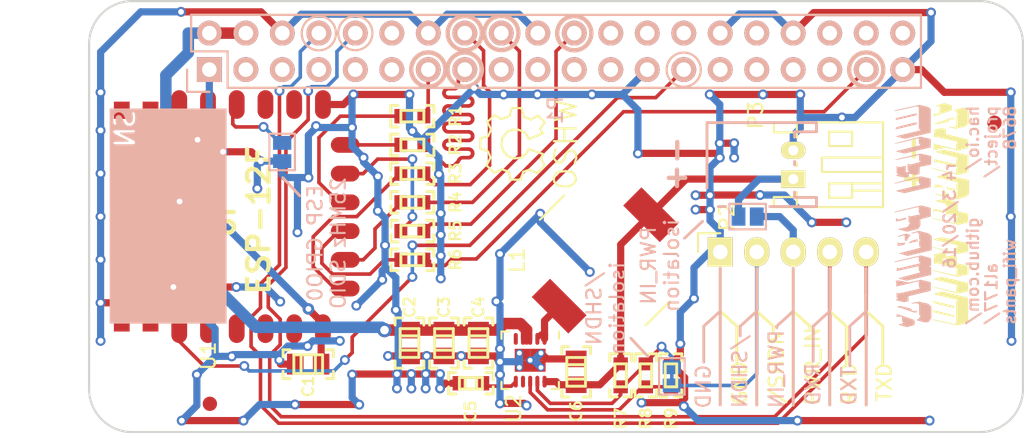
<source format=kicad_pcb>
(kicad_pcb (version 20171130) (host pcbnew "(5.1.12)-1")
  (title_block (title "ESP8266 WiFi for Raspberry Pi") (date 2016-03-20) (rev v0.3) (comment 1 https://github.com/al177/wifi_pants) (comment 2 "Licensed under Creative Commons Attribution Share-Alike"))
  (layers (0 F.Cu signal) (31 B.Cu signal) (34 B.Paste user hide) (35 F.Paste user hide) (36 B.SilkS user hide) (37 F.SilkS user hide) (38 B.Mask user hide) (39 F.Mask user hide) (44 Edge.Cuts user))
  (net 0 "")
  (net 1 GND)
  (net 2 +3V3)
  (net 3 SD_CLK)
  (net 4 SD_CMD)
  (net 5 SD_D0)
  (net 6 SD_D1)
  (net 7 //HOLD)
  (net 8 //CS)
  (net 9 /SO)
  (net 10 /SI)
  (net 11 /CLK)
  (net 12 PI_UART0_RXD)
  (net 13 PI_UART0_TXD)
  (net 14 +5V)
  (net 15 ID_SD)
  (net 16 SD_D3)
  (net 17 SD_D2)
  (net 18 //WP)
  (net 19 PWR_IN)
  (net 20 "Net-(L1-Pad2)")
  (net 21 "Net-(JP3-Pad1)")
  (net 22 /SHDN)
  (net 23 "Net-(C5-Pad1)")
  (net 24 "Net-(R8-Pad2)")
  (net 25 "Net-(P1-Pad3)")
  (net 26 "Net-(P1-Pad5)")
  (net 27 "Net-(P1-Pad7)")
  (net 28 "Net-(P1-Pad9)")
  (net 29 "Net-(P1-Pad11)")
  (net 30 "Net-(P1-Pad12)")
  (net 31 "Net-(P1-Pad17)")
  (net 32 "Net-(P1-Pad19)")
  (net 33 "Net-(P1-Pad21)")
  (net 34 "Net-(P1-Pad23)")
  (net 35 "Net-(P1-Pad24)")
  (net 36 "Net-(P1-Pad26)")
  (net 37 "Net-(P1-Pad28)")
  (net 38 "Net-(P1-Pad29)")
  (net 39 "Net-(P1-Pad31)")
  (net 40 "Net-(P1-Pad32)")
  (net 41 "Net-(P1-Pad33)")
  (net 42 "Net-(P1-Pad35)")
  (net 43 "Net-(P1-Pad36)")
  (net 44 "Net-(P1-Pad38)")
  (net 45 "Net-(P1-Pad40)")
  (net 46 "Net-(U1-Pad1)")
  (net 47 "Net-(U1-Pad2)")
  (net 48 "Net-(U1-Pad4)")
  (net 49 "Net-(U1-Pad5)")
  (net 50 "Net-(U1-Pad6)")
  (net 51 "Net-(U1-Pad7)")
  (net 52 "Net-(U1-Pad16)")
  (net 53 "Net-(U1-Pad17)")
  (net 54 "Net-(U1-Pad19)")
  (net 55 "Net-(U1-Pad20)")
  (net 56 "Net-(U1-Pad21)")
  (net 57 "Net-(U1-Pad22)")
  (net 58 "Net-(U2-Pad5)")
  (net 59 "Net-(JP2-Pad2)")
  (module wifi_pants:VIA_0.40mm (layer F.Cu) (at 95.45 113.15)
    (fp_text reference REF**1_10 hide)
    (fp_text value VIA_0.40mm hide)
    (pad 1 thru_hole circle (at 0 0) (size 0.69 0.69) (drill 0.4) (layers *.Cu) (net 1 GND))
  )
  (module wifi_pants:VIA_0.40mm (layer F.Cu) (at 99.85 103.85)
    (fp_text reference REF**_57 hide)
    (fp_text value VIA_0.40mm hide)
    (pad 1 thru_hole circle (at 0 0) (size 0.69 0.69) (drill 0.4) (layers *.Cu) (net 1 GND))
  )
  (module wifi_pants:VIA_0.40mm (layer F.Cu) (at 106.4 113.2)
    (fp_text reference REF**1_9 hide)
    (fp_text value VIA_0.40mm hide)
    (pad 1 thru_hole circle (at 0 0) (size 0.69 0.69) (drill 0.4) (layers *.Cu) (net 1 GND))
  )
  (module wifi_pants:VIA_0.40mm (layer F.Cu) (at 103.45 112.95)
    (fp_text reference REF**1_8 hide)
    (fp_text value VIA_0.40mm hide)
    (pad 1 thru_hole circle (at 0 0) (size 0.69 0.69) (drill 0.4) (layers *.Cu) (net 1 GND))
  )
  (module wifi_pants:VIA_0.40mm (layer F.Cu) (at 86.35 106.5)
    (fp_text reference REF**1_7 hide)
    (fp_text value VIA_0.40mm hide)
    (pad 1 thru_hole circle (at 0 0) (size 0.69 0.69) (drill 0.4) (layers *.Cu) (net 1 GND))
  )
  (module wifi_pants:VIA_0.40mm (layer F.Cu) (at 83.312 110.998)
    (fp_text reference REF**6_9 hide)
    (fp_text value VIA_0.40mm hide)
    (pad 1 thru_hole circle (at 0 0) (size 0.69 0.69) (drill 0.4) (layers *.Cu) (net 1 GND))
  )
  (module wifi_pants:VIA_0.40mm (layer F.Cu) (at 74.93 109.728)
    (fp_text reference REF**6_8 hide)
    (fp_text value VIA_0.40mm hide)
    (pad 1 thru_hole circle (at 0 0) (size 0.69 0.69) (drill 0.4) (layers *.Cu) (net 1 GND))
  )
  (module Fiducials:Fiducial_1mm_Dia_2.54mm_Outer_CopperTop (layer F.Cu) (at 128.016 93.472)
    (fp_text reference REF**_56 hide)
    (fp_text value Fiducial_1mm_Dia_2.54mm_Outer_CopperTop)
    (pad ~ smd circle (at 0 0) (size 1 1) (layers F.Cu F.Mask) (clearance 0.77))
  )
  (module wifi_pants:VIA_0.40mm (layer F.Cu) (at 83.8 113.09)
    (fp_text reference REF**1_6 hide)
    (fp_text value VIA_0.40mm hide)
    (pad 1 thru_hole circle (at 0 0) (size 0.69 0.69) (drill 0.4) (layers *.Cu) (net 1 GND))
  )
  (module wifi_pants:VIA_0.40mm (layer F.Cu) (at 93.6 113)
    (fp_text reference REF**1_5 hide)
    (fp_text value VIA_0.40mm hide)
    (pad 1 thru_hole circle (at 0 0) (size 0.69 0.69) (drill 0.4) (layers *.Cu) (net 1 GND))
  )
  (module wifi_pants:VIA_0.40mm (layer F.Cu) (at 107.1 105.7)
    (fp_text reference REF**6_7 hide)
    (fp_text value VIA_0.40mm hide)
    (pad 1 thru_hole circle (at 0 0) (size 0.69 0.69) (drill 0.4) (layers *.Cu) (net 1 GND))
  )
  (module wifi_pants:VIA_0.40mm (layer F.Cu) (at 106.15 108.85)
    (fp_text reference REF**6_6 hide)
    (fp_text value VIA_0.40mm hide)
    (pad 1 thru_hole circle (at 0 0) (size 0.69 0.69) (drill 0.4) (layers *.Cu) (net 1 GND))
  )
  (module wifi_pants:VIA_0.40mm (layer F.Cu) (at 93.6 109.2)
    (fp_text reference REF**3_3 hide)
    (fp_text value VIA_0.40mm hide)
    (pad 1 thru_hole circle (at 0 0) (size 0.69 0.69) (drill 0.4) (layers *.Cu) (net 1 GND))
  )
  (module wifi_pants:VIA_0.40mm (layer F.Cu) (at 96.4 99.8)
    (fp_text reference REF**_55 hide)
    (fp_text value VIA_0.40mm hide)
    (pad 1 thru_hole circle (at 0 0) (size 0.69 0.69) (drill 0.4) (layers *.Cu) (net 1 GND))
  )
  (module wifi_pants:VIA_0.40mm (layer F.Cu) (at 93.6 102.6)
    (fp_text reference REF**_54 hide)
    (fp_text value VIA_0.40mm hide)
    (pad 1 thru_hole circle (at 0 0) (size 0.69 0.69) (drill 0.4) (layers *.Cu) (net 1 GND))
  )
  (module wifi_pants:VIA_0.40mm (layer F.Cu) (at 114.3 114.2)
    (fp_text reference REF**1_4 hide)
    (fp_text value VIA_0.40mm hide)
    (pad 1 thru_hole circle (at 0 0) (size 0.69 0.69) (drill 0.4) (layers *.Cu) (net 1 GND))
  )
  (module wifi_pants:VIA_0.40mm (layer F.Cu) (at 79.33 113.08)
    (fp_text reference REF**1_3 hide)
    (fp_text value VIA_0.40mm hide)
    (pad 1 thru_hole circle (at 0 0) (size 0.69 0.69) (drill 0.4) (layers *.Cu) (net 1 GND))
  )
  (module wifi_pants:VIA_0.40mm (layer F.Cu) (at 86.428 111.96)
    (fp_text reference REF**9 hide)
    (fp_text value VIA_0.40mm hide)
    (pad 1 thru_hole circle (at 0 0) (size 0.69 0.69) (drill 0.4) (layers *.Cu) (net 1 GND))
  )
  (module wifi_pants:VIA_0.40mm (layer F.Cu) (at 87.428 111.96)
    (fp_text reference REF**8 hide)
    (fp_text value VIA_0.40mm hide)
    (pad 1 thru_hole circle (at 0 0) (size 0.69 0.69) (drill 0.4) (layers *.Cu) (net 1 GND))
  )
  (module wifi_pants:VIA_0.40mm (layer F.Cu) (at 88.428 111.96)
    (fp_text reference REF**7 hide)
    (fp_text value VIA_0.40mm hide)
    (pad 1 thru_hole circle (at 0 0) (size 0.69 0.69) (drill 0.4) (layers *.Cu) (net 1 GND))
  )
  (module wifi_pants:VIA_0.40mm (layer F.Cu) (at 89.428 111.96)
    (fp_text reference REF**6_5 hide)
    (fp_text value VIA_0.40mm hide)
    (pad 1 thru_hole circle (at 0 0) (size 0.69 0.69) (drill 0.4) (layers *.Cu) (net 1 GND))
  )
  (module wifi_pants:VIA_0.40mm (layer F.Cu) (at 89.428 110.96)
    (fp_text reference REF**5_3 hide)
    (fp_text value VIA_0.40mm hide)
    (pad 1 thru_hole circle (at 0 0) (size 0.69 0.69) (drill 0.4) (layers *.Cu) (net 1 GND))
  )
  (module wifi_pants:VIA_0.40mm (layer F.Cu) (at 88.428 110.96)
    (fp_text reference REF**4_5 hide)
    (fp_text value VIA_0.40mm hide)
    (pad 1 thru_hole circle (at 0 0) (size 0.69 0.69) (drill 0.4) (layers *.Cu) (net 1 GND))
  )
  (module wifi_pants:VIA_0.40mm (layer F.Cu) (at 87.428 110.96)
    (fp_text reference REF**3_2 hide)
    (fp_text value VIA_0.40mm hide)
    (pad 1 thru_hole circle (at 0 0) (size 0.69 0.69) (drill 0.4) (layers *.Cu) (net 1 GND))
  )
  (module wifi_pants:VIA_0.40mm (layer F.Cu) (at 86.428 110.96)
    (fp_text reference REF**2_3 hide)
    (fp_text value VIA_0.40mm hide)
    (pad 1 thru_hole circle (at 0 0) (size 0.69 0.69) (drill 0.4) (layers *.Cu) (net 1 GND))
  )
  (module wifi_pants:VIA_0.40mm (layer F.Cu) (at 78.24 109.98)
    (fp_text reference REF**6_4 hide)
    (fp_text value VIA_0.40mm hide)
    (pad 1 thru_hole circle (at 0 0) (size 0.69 0.69) (drill 0.4) (layers *.Cu) (net 1 GND))
  )
  (module wifi_pants:VIA_0.40mm (layer F.Cu) (at 80.21 109.01)
    (fp_text reference REF**6_3 hide)
    (fp_text value VIA_0.40mm hide)
    (pad 1 thru_hole circle (at 0 0) (size 0.69 0.69) (drill 0.4) (layers *.Cu) (net 1 GND))
  )
  (module wifi_pants:VIA_0.40mm (layer F.Cu) (at 90.9 109.7)
    (fp_text reference REF**4_4 hide)
    (fp_text value VIA_0.40mm hide)
    (pad 1 thru_hole circle (at 0 0) (size 0.69 0.69) (drill 0.4) (layers *.Cu) (net 1 GND))
  )
  (module wifi_pants:VIA_0.40mm (layer F.Cu) (at 88.5 109.7)
    (fp_text reference REF**4_3 hide)
    (fp_text value VIA_0.40mm hide)
    (pad 1 thru_hole circle (at 0 0) (size 0.69 0.69) (drill 0.4) (layers *.Cu) (net 1 GND))
  )
  (module wifi_pants:VIA_0.40mm (layer F.Cu) (at 85.81 109.7)
    (fp_text reference REF**4_2 hide)
    (fp_text value VIA_0.40mm hide)
    (pad 1 thru_hole circle (at 0 0) (size 0.69 0.69) (drill 0.4) (layers *.Cu) (net 1 GND))
  )
  (module wifi_pants:VIA_0.40mm (layer F.Cu) (at 78.3 105.918)
    (fp_text reference REF**_53 hide)
    (fp_text value VIA_0.40mm hide)
    (pad 1 thru_hole circle (at 0 0) (size 0.69 0.69) (drill 0.4) (layers *.Cu) (net 1 GND))
  )
  (module wifi_pants:VIA_0.40mm (layer F.Cu) (at 79.502 101.092)
    (fp_text reference REF**_52 hide)
    (fp_text value VIA_0.40mm hide)
    (pad 1 thru_hole circle (at 0 0) (size 0.69 0.69) (drill 0.4) (layers *.Cu) (net 1 GND))
  )
  (module wifi_pants:VIA_0.40mm (layer F.Cu) (at 83.6 106.2)
    (fp_text reference REF**_51 hide)
    (fp_text value VIA_0.40mm hide)
    (pad 1 thru_hole circle (at 0 0) (size 0.69 0.69) (drill 0.4) (layers *.Cu) (net 1 GND))
  )
  (module wifi_pants:VIA_0.40mm (layer F.Cu) (at 85.4 104.4)
    (fp_text reference REF**_50 hide)
    (fp_text value VIA_0.40mm hide)
    (pad 1 thru_hole circle (at 0 0) (size 0.69 0.69) (drill 0.4) (layers *.Cu) (net 1 GND))
  )
  (module wifi_pants:VIA_0.40mm (layer F.Cu) (at 108.897 95.895)
    (fp_text reference REF**6_2 hide)
    (fp_text value VIA_0.40mm hide)
    (pad 1 thru_hole circle (at 0 0) (size 0.69 0.69) (drill 0.4) (layers *.Cu) (net 1 GND))
  )
  (module wifi_pants:VIA_0.40mm (layer F.Cu) (at 109.897 95.895)
    (fp_text reference REF**5_2 hide)
    (fp_text value VIA_0.40mm hide)
    (pad 1 thru_hole circle (at 0 0) (size 0.69 0.69) (drill 0.4) (layers *.Cu) (net 1 GND))
  )
  (module wifi_pants:VIA_0.40mm (layer F.Cu) (at 109.897 94.895)
    (fp_text reference REF**2_2 hide)
    (fp_text value VIA_0.40mm hide)
    (pad 1 thru_hole circle (at 0 0) (size 0.69 0.69) (drill 0.4) (layers *.Cu) (net 1 GND))
  )
  (module wifi_pants:VIA_0.40mm (layer F.Cu) (at 108.897 94.895)
    (fp_text reference REF**1_2 hide)
    (fp_text value VIA_0.40mm hide)
    (pad 1 thru_hole circle (at 0 0) (size 0.69 0.69) (drill 0.4) (layers *.Cu) (net 1 GND))
  )
  (module wifi_pants:VIA_0.40mm (layer F.Cu) (at 107.215 99.515)
    (fp_text reference REF**6 hide)
    (fp_text value VIA_0.40mm hide)
    (pad 1 thru_hole circle (at 0 0) (size 0.69 0.69) (drill 0.4) (layers *.Cu) (net 1 GND))
  )
  (module wifi_pants:VIA_0.40mm (layer F.Cu) (at 108.215 99.515)
    (fp_text reference REF**5 hide)
    (fp_text value VIA_0.40mm hide)
    (pad 1 thru_hole circle (at 0 0) (size 0.69 0.69) (drill 0.4) (layers *.Cu) (net 1 GND))
  )
  (module wifi_pants:VIA_0.40mm (layer F.Cu) (at 108.215 98.515)
    (fp_text reference REF**2 hide)
    (fp_text value VIA_0.40mm hide)
    (pad 1 thru_hole circle (at 0 0) (size 0.69 0.69) (drill 0.4) (layers *.Cu) (net 1 GND))
  )
  (module wifi_pants:VIA_0.40mm (layer F.Cu) (at 107.215 98.515)
    (fp_text reference REF**1 hide)
    (fp_text value VIA_0.40mm hide)
    (pad 1 thru_hole circle (at 0 0) (size 0.69 0.69) (drill 0.4) (layers *.Cu) (net 1 GND))
  )
  (module wifi_pants:VIA_0.40mm (layer F.Cu) (at 93.6 111)
    (fp_text reference REF**4 hide)
    (fp_text value VIA_0.40mm hide)
    (pad 1 thru_hole circle (at 0 0) (size 0.69 0.69) (drill 0.4) (layers *.Cu) (net 1 GND))
  )
  (module wifi_pants:VIA_0.40mm (layer F.Cu) (at 93.6 110.1)
    (fp_text reference REF**3 hide)
    (fp_text value VIA_0.40mm hide)
    (pad 1 thru_hole circle (at 0 0) (size 0.69 0.69) (drill 0.4) (layers *.Cu) (net 1 GND))
  )
  (module wifi_pants:VIA_0.40mm (layer F.Cu) (at 123.6 85.8)
    (fp_text reference REF**101 hide)
    (fp_text value VIA_0.40mm hide)
    (pad 1 thru_hole circle (at 0 0) (size 0.69 0.69) (drill 0.4) (layers *.Cu) (net 1 GND))
  )
  (module wifi_pants:VIA_0.40mm (layer F.Cu) (at 117.4 93.1)
    (fp_text reference REF**_49 hide)
    (fp_text value VIA_0.40mm hide)
    (pad 1 thru_hole circle (at 0 0) (size 0.69 0.69) (drill 0.4) (layers *.Cu) (net 1 GND))
  )
  (module wifi_pants:VIA_0.40mm (layer F.Cu) (at 83.3 93.8)
    (fp_text reference REF**_48 hide)
    (fp_text value VIA_0.40mm hide)
    (pad 1 thru_hole circle (at 0 0) (size 0.69 0.69) (drill 0.4) (layers *.Cu) (net 1 GND))
  )
  (module wifi_pants:VIA_0.40mm (layer F.Cu) (at 84.1 95.9)
    (fp_text reference REF**_47 hide)
    (fp_text value VIA_0.40mm hide)
    (pad 1 thru_hole circle (at 0 0) (size 0.69 0.69) (drill 0.4) (layers *.Cu) (net 1 GND))
  )
  (module wifi_pants:VIA_0.40mm (layer F.Cu) (at 65.8 106)
    (fp_text reference REF**1113 hide)
    (fp_text value VIA_0.40mm hide)
    (pad 1 thru_hole circle (at 0 0) (size 0.69 0.69) (drill 0.4) (layers *.Cu) (net 1 GND))
  )
  (module wifi_pants:VIA_0.40mm (layer F.Cu) (at 65.8 103)
    (fp_text reference REF**1112 hide)
    (fp_text value VIA_0.40mm hide)
    (pad 1 thru_hole circle (at 0 0) (size 0.69 0.69) (drill 0.4) (layers *.Cu) (net 1 GND))
  )
  (module wifi_pants:VIA_0.40mm (layer F.Cu) (at 65.8 94)
    (fp_text reference REF**113 hide)
    (fp_text value VIA_0.40mm hide)
    (pad 1 thru_hole circle (at 0 0) (size 0.69 0.69) (drill 0.4) (layers *.Cu) (net 1 GND))
  )
  (module wifi_pants:VIA_0.40mm (layer F.Cu) (at 65.8 97)
    (fp_text reference REF**112 hide)
    (fp_text value VIA_0.40mm hide)
    (pad 1 thru_hole circle (at 0 0) (size 0.69 0.69) (drill 0.4) (layers *.Cu) (net 1 GND))
  )
  (module wifi_pants:VIA_0.40mm (layer F.Cu) (at 87.3 91.5)
    (fp_text reference REF**_46 hide)
    (fp_text value VIA_0.40mm hide)
    (pad 1 thru_hole circle (at 0 0) (size 0.69 0.69) (drill 0.4) (layers *.Cu) (net 1 GND))
  )
  (module wifi_pants:VIA_0.40mm (layer F.Cu) (at 76.708 98.044)
    (fp_text reference REF**_45 hide)
    (fp_text value VIA_0.40mm hide)
    (pad 1 thru_hole circle (at 0 0) (size 0.69 0.69) (drill 0.4) (layers *.Cu) (net 1 GND))
  )
  (module wifi_pants:VIA_0.40mm (layer F.Cu) (at 72.5 110.998)
    (fp_text reference REF**_44 hide)
    (fp_text value VIA_0.40mm hide)
    (pad 1 thru_hole circle (at 0 0) (size 0.69 0.69) (drill 0.4) (layers *.Cu) (net 1 GND))
  )
  (module wifi_pants:VIA_0.40mm (layer F.Cu) (at 74.32 95.49)
    (fp_text reference REF**_43 hide)
    (fp_text value VIA_0.40mm hide)
    (pad 1 thru_hole circle (at 0 0) (size 0.69 0.69) (drill 0.4) (layers *.Cu) (net 1 GND))
  )
  (module wifi_pants:VIA_0.40mm (layer F.Cu) (at 115.3 100.4)
    (fp_text reference REF**_42 hide)
    (fp_text value VIA_0.40mm hide)
    (pad 1 thru_hole circle (at 0 0) (size 0.69 0.69) (drill 0.4) (layers *.Cu) (net 1 GND))
  )
  (module wifi_pants:VIA_0.40mm (layer F.Cu) (at 117.7 100.4)
    (fp_text reference REF**_41 hide)
    (fp_text value VIA_0.40mm hide)
    (pad 1 thru_hole circle (at 0 0) (size 0.69 0.69) (drill 0.4) (layers *.Cu) (net 1 GND))
  )
  (module wifi_pants:VIA_0.40mm (layer F.Cu) (at 111.7 98.5)
    (fp_text reference REF**_40 hide)
    (fp_text value VIA_0.40mm hide)
    (pad 1 thru_hole circle (at 0 0) (size 0.69 0.69) (drill 0.4) (layers *.Cu) (net 1 GND))
  )
  (module wifi_pants:VIA_0.40mm (layer F.Cu) (at 103.2 95.6)
    (fp_text reference REF**_39 hide)
    (fp_text value VIA_0.40mm hide)
    (pad 1 thru_hole circle (at 0 0) (size 0.69 0.69) (drill 0.4) (layers *.Cu) (net 1 GND))
  )
  (module wifi_pants:VIA_0.40mm (layer F.Cu) (at 89.475 104.3)
    (fp_text reference REF**_38 hide)
    (fp_text value VIA_0.40mm hide)
    (pad 1 thru_hole circle (at 0 0) (size 0.69 0.69) (drill 0.4) (layers *.Cu) (net 1 GND))
  )
  (module wifi_pants:VIA_0.40mm (layer F.Cu) (at 89.475 102.725)
    (fp_text reference REF**_37 hide)
    (fp_text value VIA_0.40mm hide)
    (pad 1 thru_hole circle (at 0 0) (size 0.69 0.69) (drill 0.4) (layers *.Cu) (net 1 GND))
  )
  (module wifi_pants:VIA_0.40mm (layer F.Cu) (at 89.475 101.275)
    (fp_text reference REF**_36 hide)
    (fp_text value VIA_0.40mm hide)
    (pad 1 thru_hole circle (at 0 0) (size 0.69 0.69) (drill 0.4) (layers *.Cu) (net 1 GND))
  )
  (module wifi_pants:VIA_0.40mm (layer F.Cu) (at 89.475 99.775)
    (fp_text reference REF**_35 hide)
    (fp_text value VIA_0.40mm hide)
    (pad 1 thru_hole circle (at 0 0) (size 0.69 0.69) (drill 0.4) (layers *.Cu) (net 1 GND))
  )
  (module wifi_pants:VIA_0.40mm (layer F.Cu) (at 85.6 102)
    (fp_text reference REF**_34 hide)
    (fp_text value VIA_0.40mm hide)
    (pad 1 thru_hole circle (at 0 0) (size 0.69 0.69) (drill 0.4) (layers *.Cu) (net 1 GND))
  )
  (module wifi_pants:VIA_0.40mm (layer F.Cu) (at 85.1 97.2)
    (fp_text reference REF**_33 hide)
    (fp_text value VIA_0.40mm hide)
    (pad 1 thru_hole circle (at 0 0) (size 0.69 0.69) (drill 0.4) (layers *.Cu) (net 1 GND))
  )
  (module wifi_pants:VIA_0.40mm (layer F.Cu) (at 85.1 99.6)
    (fp_text reference REF**_32 hide)
    (fp_text value VIA_0.40mm hide)
    (pad 1 thru_hole circle (at 0 0) (size 0.69 0.69) (drill 0.4) (layers *.Cu) (net 1 GND))
  )
  (module wifi_pants:VIA_0.40mm (layer F.Cu) (at 96.2 91.5)
    (fp_text reference REF**_31 hide)
    (fp_text value VIA_0.40mm hide)
    (pad 1 thru_hole circle (at 0 0) (size 0.69 0.69) (drill 0.4) (layers *.Cu) (net 1 GND))
  )
  (module wifi_pants:VIA_0.40mm (layer F.Cu) (at 89.35 97.05)
    (fp_text reference REF**_30 hide)
    (fp_text value VIA_0.40mm hide)
    (pad 1 thru_hole circle (at 0 0) (size 0.69 0.69) (drill 0.4) (layers *.Cu) (net 1 GND))
  )
  (module wifi_pants:VIA_0.40mm (layer F.Cu) (at 91.8 91.05)
    (fp_text reference REF**_29 hide)
    (fp_text value VIA_0.40mm hide)
    (pad 1 thru_hole circle (at 0 0) (size 0.69 0.69) (drill 0.4) (layers *.Cu) (net 1 GND))
  )
  (module wifi_pants:VIA_0.40mm (layer F.Cu) (at 93.85 91.5)
    (fp_text reference REF**_28 hide)
    (fp_text value VIA_0.40mm hide)
    (pad 1 thru_hole circle (at 0 0) (size 0.69 0.69) (drill 0.4) (layers *.Cu) (net 1 GND))
  )
  (module wifi_pants:VIA_0.40mm (layer F.Cu) (at 123.5 114.2)
    (fp_text reference REF**_26 hide)
    (fp_text value VIA_0.40mm hide)
    (pad 1 thru_hole circle (at 0 0) (size 0.69 0.69) (drill 0.4) (layers *.Cu) (net 1 GND))
  )
  (module wifi_pants:VIA_0.40mm (layer F.Cu) (at 129.15 91.35)
    (fp_text reference REF**_25 hide)
    (fp_text value VIA_0.40mm hide)
    (pad 1 thru_hole circle (at 0 0) (size 0.69 0.69) (drill 0.4) (layers *.Cu) (net 1 GND))
  )
  (module wifi_pants:VIA_0.40mm (layer F.Cu) (at 129.2 108.65)
    (fp_text reference REF**_24 hide)
    (fp_text value VIA_0.40mm hide)
    (pad 1 thru_hole circle (at 0 0) (size 0.69 0.69) (drill 0.4) (layers *.Cu) (net 1 GND))
  )
  (module wifi_pants:VIA_0.40mm (layer F.Cu) (at 80.8 93.7)
    (fp_text reference REF**_23 hide)
    (fp_text value VIA_0.40mm hide)
    (pad 1 thru_hole circle (at 0 0) (size 0.69 0.69) (drill 0.4) (layers *.Cu) (net 1 GND))
  )
  (module wifi_pants:VIA_0.40mm (layer F.Cu) (at 100 91.5)
    (fp_text reference REF**_22 hide)
    (fp_text value VIA_0.40mm hide)
    (pad 1 thru_hole circle (at 0 0) (size 0.69 0.69) (drill 0.4) (layers *.Cu) (net 1 GND))
  )
  (module wifi_pants:VIA_0.40mm (layer F.Cu) (at 93.35 105.9)
    (fp_text reference REF**_21 hide)
    (fp_text value VIA_0.40mm hide)
    (pad 1 thru_hole circle (at 0 0) (size 0.69 0.69) (drill 0.4) (layers *.Cu) (net 1 GND))
  )
  (module wifi_pants:VIA_0.40mm (layer F.Cu) (at 75.25 104.902)
    (fp_text reference REF**_20 hide)
    (fp_text value VIA_0.40mm hide)
    (pad 1 thru_hole circle (at 0 0) (size 0.69 0.69) (drill 0.4) (layers *.Cu) (net 1 GND))
  )
  (module wifi_pants:VIA_0.40mm (layer F.Cu) (at 83.4 91.5)
    (fp_text reference REF**_19 hide)
    (fp_text value VIA_0.40mm hide)
    (pad 1 thru_hole circle (at 0 0) (size 0.69 0.69) (drill 0.4) (layers *.Cu) (net 1 GND))
  )
  (module wifi_pants:VIA_0.40mm (layer F.Cu) (at 129.15 100 90)
    (fp_text reference REF**_18 hide)
    (fp_text value VIA_0.40mm hide)
    (pad 1 thru_hole circle (at 0 0 90) (size 0.69 0.69) (drill 0.4) (layers *.Cu) (net 1 GND))
  )
  (module wifi_pants:VIA_0.40mm (layer F.Cu) (at 75.75 114.2)
    (fp_text reference REF**_17 hide)
    (fp_text value VIA_0.40mm hide)
    (pad 1 thru_hole circle (at 0 0) (size 0.69 0.69) (drill 0.4) (layers *.Cu) (net 1 GND))
  )
  (module wifi_pants:VIA_0.40mm (layer F.Cu) (at 71.45 114.2)
    (fp_text reference REF**_16 hide)
    (fp_text value VIA_0.40mm hide)
    (pad 1 thru_hole circle (at 0 0) (size 0.69 0.69) (drill 0.4) (layers *.Cu) (net 1 GND))
  )
  (module wifi_pants:VIA_0.40mm (layer F.Cu) (at 71.3 98.95)
    (fp_text reference REF**_15 hide)
    (fp_text value VIA_0.40mm hide)
    (pad 1 thru_hole circle (at 0 0) (size 0.69 0.69) (drill 0.4) (layers *.Cu) (net 1 GND))
  )
  (module wifi_pants:VIA_0.40mm (layer F.Cu) (at 70.866 104.902)
    (fp_text reference REF**_14 hide)
    (fp_text value VIA_0.40mm hide)
    (pad 1 thru_hole circle (at 0 0) (size 0.69 0.69) (drill 0.4) (layers *.Cu) (net 1 GND))
  )
  (module wifi_pants:VIA_0.40mm (layer F.Cu) (at 65.8 108.65)
    (fp_text reference REF**_13 hide)
    (fp_text value VIA_0.40mm hide)
    (pad 1 thru_hole circle (at 0 0) (size 0.69 0.69) (drill 0.4) (layers *.Cu) (net 1 GND))
  )
  (module wifi_pants:VIA_0.40mm (layer F.Cu) (at 71.4 85.75)
    (fp_text reference REF**_12 hide)
    (fp_text value VIA_0.40mm hide)
    (pad 1 thru_hole circle (at 0 0) (size 0.69 0.69) (drill 0.4) (layers *.Cu) (net 1 GND))
  )
  (module wifi_pants:VIA_0.40mm (layer F.Cu) (at 72.55 94.65)
    (fp_text reference REF**_11 hide)
    (fp_text value VIA_0.40mm hide)
    (pad 1 thru_hole circle (at 0 0) (size 0.69 0.69) (drill 0.4) (layers *.Cu) (net 1 GND))
  )
  (module wifi_pants:VIA_0.40mm (layer F.Cu) (at 76.95 96.15)
    (fp_text reference REF**_10 hide)
    (fp_text value VIA_0.40mm hide)
    (pad 1 thru_hole circle (at 0 0) (size 0.69 0.69) (drill 0.4) (layers *.Cu) (net 1 GND))
  )
  (module wifi_pants:VIA_0.40mm (layer F.Cu) (at 80.264 97.282)
    (fp_text reference REF**_9 hide)
    (fp_text value VIA_0.40mm hide)
    (pad 1 thru_hole circle (at 0 0) (size 0.69 0.69) (drill 0.4) (layers *.Cu) (net 1 GND))
  )
  (module wifi_pants:VIA_0.40mm (layer F.Cu) (at 65.8 91.35)
    (fp_text reference REF**_8 hide)
    (fp_text value VIA_0.40mm hide)
    (pad 1 thru_hole circle (at 0 0) (size 0.69 0.69) (drill 0.4) (layers *.Cu) (net 1 GND))
  )
  (module wifi_pants:VIA_0.40mm (layer F.Cu) (at 65.8 100)
    (fp_text reference REF**1111 hide)
    (fp_text value VIA_0.40mm hide)
    (pad 1 thru_hole circle (at 0 0) (size 0.69 0.69) (drill 0.4) (layers *.Cu) (net 1 GND))
  )
  (module wifi_pants:VIA_0.40mm (layer F.Cu) (at 87.5 94.05)
    (fp_text reference REF**_7 hide)
    (fp_text value VIA_0.40mm hide)
    (pad 1 thru_hole circle (at 0 0) (size 0.69 0.69) (drill 0.4) (layers *.Cu) (net 1 GND))
  )
  (module wifi_pants:VIA_0.40mm (layer F.Cu) (at 114.5 91.5)
    (fp_text reference REF**_6 hide)
    (fp_text value VIA_0.40mm hide)
    (pad 1 thru_hole circle (at 0 0) (size 0.69 0.69) (drill 0.4) (layers *.Cu) (net 1 GND))
  )
  (module wifi_pants:VIA_0.40mm (layer F.Cu) (at 111.9 91.5)
    (fp_text reference REF**_5 hide)
    (fp_text value VIA_0.40mm hide)
    (pad 1 thru_hole circle (at 0 0) (size 0.69 0.69) (drill 0.4) (layers *.Cu) (net 1 GND))
  )
  (module wifi_pants:VIA_0.40mm (layer F.Cu) (at 108.2 91.5)
    (fp_text reference REF**_4 hide)
    (fp_text value VIA_0.40mm hide)
    (pad 1 thru_hole circle (at 0 0) (size 0.69 0.69) (drill 0.4) (layers *.Cu) (net 1 GND))
  )
  (module wifi_pants:VIA_0.40mm (layer F.Cu) (at 82.45 108.65)
    (fp_text reference REF**_3 hide)
    (fp_text value VIA_0.40mm hide)
    (pad 1 thru_hole circle (at 0 0) (size 0.69 0.69) (drill 0.4) (layers *.Cu) (net 1 GND))
  )
  (module wifi_pants:NPTH_Hole_2_75mm (layer F.Cu) (at 126.5 88.5)
    (fp_text reference W1_4 hide)
    (fp_text value MOUNT)
    (pad "" np_thru_hole circle (at 0 0) (size 2.75 2.75) (drill 2.75) (layers *.Cu *.Mask) (clearance 1.875))
  )
  (module wifi_pants:NPTH_Hole_2_75mm (layer F.Cu) (at 126.5 111.5)
    (fp_text reference W1_3 hide)
    (fp_text value MOUNT)
    (pad "" np_thru_hole circle (at 0 0) (size 2.75 2.75) (drill 2.75) (layers *.Cu *.Mask) (clearance 1.875))
  )
  (module wifi_pants:GS2 (layer B.Cu) (at 78.4391 95.504 180)
    (fp_text reference JP3 hide)
    (fp_text value GPIO0 hide)
    (pad 1 smd rect (at 0 0.635 180) (size 1.27 0.9652) (layers B.Cu B.Mask) (net 21 "Net-(JP3-Pad1)"))
    (pad 2 smd rect (at 0 -0.635 180) (size 1.27 0.9652) (layers B.Cu B.Mask) (net 1 GND))
  )
  (module wifi_pants:ESP-12E-narrow (layer F.Cu) (at 67.275 108 90)
    (fp_text reference U1 (at -1.7 6.025 270) (layer F.SilkS))
    (fp_text value ESP-12E)
    (pad 9 smd oval (at 2.99 15.55 180) (size 2 1.1) (layers F.Cu F.Paste F.Mask) (net 8 //CS))
    (pad 10 smd oval (at 4.99 15.55 180) (size 2 1.1) (layers F.Cu F.Paste F.Mask) (net 9 /SO))
    (pad 11 smd oval (at 6.99 15.55 180) (size 2 1.1) (layers F.Cu F.Paste F.Mask) (net 7 //HOLD))
    (pad 12 smd oval (at 8.99 15.55 180) (size 2 1.1) (layers F.Cu F.Paste F.Mask) (net 18 //WP))
    (pad 13 smd oval (at 10.99 15.55 180) (size 2 1.1) (layers F.Cu F.Paste F.Mask) (net 10 /SI))
    (pad 14 smd oval (at 12.99 15.55 180) (size 2 1.1) (layers F.Cu F.Paste F.Mask) (net 11 /CLK))
    (pad 1 smd rect (at 0.6 0 90) (size 1.2 1.1) (layers F.Cu F.Paste F.Mask) (net 46 "Net-(U1-Pad1)"))
    (pad 2 smd rect (at 0.6 2 90) (size 1.2 1.1) (layers F.Cu F.Paste F.Mask) (net 47 "Net-(U1-Pad2)"))
    (pad 3 smd oval (at 0.2 4 90) (size 2 1.1) (layers F.Cu F.Paste F.Mask) (net 15 ID_SD))
    (pad 4 smd oval (at 0.2 6 90) (size 2 1.1) (layers F.Cu F.Paste F.Mask) (net 48 "Net-(U1-Pad4)"))
    (pad 5 smd oval (at 0.2 8 90) (size 2 1.1) (layers F.Cu F.Paste F.Mask) (net 49 "Net-(U1-Pad5)"))
    (pad 6 smd oval (at 0.2 10 90) (size 2 1.1) (layers F.Cu F.Paste F.Mask) (net 50 "Net-(U1-Pad6)"))
    (pad 7 smd oval (at 0.2 12 90) (size 2 1.1) (layers F.Cu F.Paste F.Mask) (net 51 "Net-(U1-Pad7)"))
    (pad 8 smd oval (at 0.2 14 90) (size 2 1.1) (layers F.Cu F.Paste F.Mask) (net 2 +3V3))
    (pad 15 smd oval (at 15.8 14 90) (size 2 1.1) (layers F.Cu F.Paste F.Mask) (net 1 GND))
    (pad 16 smd oval (at 15.8 12 90) (size 2 1.1) (layers F.Cu F.Paste F.Mask) (net 52 "Net-(U1-Pad16)"))
    (pad 17 smd oval (at 15.8 10 90) (size 2 1.1) (layers F.Cu F.Paste F.Mask) (net 53 "Net-(U1-Pad17)"))
    (pad 18 smd oval (at 15.8 8 90) (size 2 1.1) (layers F.Cu F.Paste F.Mask) (net 21 "Net-(JP3-Pad1)"))
    (pad 19 smd oval (at 15.8 6 90) (size 2 1.1) (layers F.Cu F.Paste F.Mask) (net 54 "Net-(U1-Pad19)"))
    (pad 20 smd oval (at 15.8 4 90) (size 2 1.1) (layers F.Cu F.Paste F.Mask) (net 55 "Net-(U1-Pad20)"))
    (pad 21 smd rect (at 15.4 2 90) (size 1.2 1.1) (layers F.Cu F.Paste F.Mask) (net 56 "Net-(U1-Pad21)"))
    (pad 22 smd rect (at 15.4 0 90) (size 1.2 1.1) (layers F.Cu F.Paste F.Mask) (net 57 "Net-(U1-Pad22)"))
  )
  (module wifi_pants:NPTH_Hole_2_75mm (layer F.Cu) (at 68.5 88.5)
    (fp_text reference W1_2 hide)
    (fp_text value MOUNT)
    (pad "" np_thru_hole circle (at 0 0) (size 2.75 2.75) (drill 2.75) (layers *.Cu *.Mask) (clearance 1.875))
  )
  (module wifi_pants:NPTH_Hole_2_75mm (layer F.Cu) (at 68.5 111.5)
    (fp_text reference W1 hide)
    (fp_text value MOUNT)
    (pad "" np_thru_hole circle (at 0 0) (size 2.75 2.75) (drill 2.75) (layers *.Cu *.Mask) (clearance 1.875))
  )
  (module Connectors_JST_PH:Connectors_JST_S2B-PH-K (layer F.Cu) (at 114.01 97.39 90)
    (fp_text reference P3 (at 4.44 -2.61 270) (layer F.SilkS))
    (fp_text value "JST PH POWER IN")
    (pad 1 thru_hole rect (at 0 0 90) (size 1.2 1.7) (drill 0.7) (layers *.Cu *.Mask F.SilkS) (net 19 PWR_IN))
    (pad 2 thru_hole oval (at 2 0 90) (size 1.2 1.7) (drill 0.7) (layers *.Cu *.Mask F.SilkS) (net 1 GND))
  )
  (module "mcous:0603(1608m)-CHIP-RESISTOR" (layer F.Cu) (at 87.5 101.01 180)
    (fp_text reference R5 (at -3 0.01 270) (layer F.SilkS) (effects (font (size 0.762 0.762) (thickness 0.1524))))
    (fp_text value 33 hide)
    (pad 1 smd rect (at -0.8 0 180) (size 0.9 1) (layers F.Cu F.Paste F.Mask) (net 6 SD_D1))
    (pad 2 smd rect (at 0.8 0 180) (size 0.9 1) (layers F.Cu F.Paste F.Mask) (net 10 /SI))
  )
  (module "mcous:0603(1608m)-CHIP-RESISTOR" (layer F.Cu) (at 87.5 103.01 180)
    (fp_text reference R6 (at -3 0.01 270) (layer F.SilkS) (effects (font (size 0.762 0.762) (thickness 0.1524))))
    (fp_text value 33 hide)
    (pad 1 smd rect (at -0.8 0 180) (size 0.9 1) (layers F.Cu F.Paste F.Mask) (net 17 SD_D2))
    (pad 2 smd rect (at 0.8 0 180) (size 0.9 1) (layers F.Cu F.Paste F.Mask) (net 7 //HOLD))
  )
  (module "mcous:0603(1608m)-CHIP-RESISTOR" (layer F.Cu) (at 87.5 97.01 180)
    (fp_text reference R3 (at -3 0.01 270) (layer F.SilkS) (effects (font (size 0.762 0.762) (thickness 0.1524))))
    (fp_text value 33 hide)
    (pad 1 smd rect (at -0.8 0 180) (size 0.9 1) (layers F.Cu F.Paste F.Mask) (net 4 SD_CMD))
    (pad 2 smd rect (at 0.8 0 180) (size 0.9 1) (layers F.Cu F.Paste F.Mask) (net 8 //CS))
  )
  (module "mcous:0603(1608m)-CHIP-RESISTOR" (layer F.Cu) (at 87.5 99.01 180)
    (fp_text reference R4 (at -3 0.01 270) (layer F.SilkS) (effects (font (size 0.762 0.762) (thickness 0.1524))))
    (fp_text value 33 hide)
    (pad 1 smd rect (at -0.8 0 180) (size 0.9 1) (layers F.Cu F.Paste F.Mask) (net 5 SD_D0))
    (pad 2 smd rect (at 0.8 0 180) (size 0.9 1) (layers F.Cu F.Paste F.Mask) (net 9 /SO))
  )
  (module "mcous:0603(1608m)-CHIP-RESISTOR" (layer F.Cu) (at 87.5 93.01 180)
    (fp_text reference R1 (at -3 0.01 270) (layer F.SilkS) (effects (font (size 0.762 0.762) (thickness 0.1524))))
    (fp_text value 33 hide)
    (pad 1 smd rect (at -0.8 0 180) (size 0.9 1) (layers F.Cu F.Paste F.Mask) (net 16 SD_D3))
    (pad 2 smd rect (at 0.8 0 180) (size 0.9 1) (layers F.Cu F.Paste F.Mask) (net 18 //WP))
  )
  (module "mcous:0603(1608m)-CHIP-RESISTOR" (layer F.Cu) (at 87.5 95.01 180)
    (fp_text reference R2 (at -3 0.01 270) (layer F.SilkS) (effects (font (size 0.762 0.762) (thickness 0.1524))))
    (fp_text value 33 hide)
    (pad 1 smd rect (at -0.8 0 180) (size 0.9 1) (layers F.Cu F.Paste F.Mask) (net 3 SD_CLK))
    (pad 2 smd rect (at 0.8 0 180) (size 0.9 1) (layers F.Cu F.Paste F.Mask) (net 11 /CLK))
  )
  (module "mcous:0805(2012m)-CHIP-CAP" (layer F.Cu) (at 80.25 110.27 180)
    (fp_text reference C1 (at 0 -1.55 270) (layer F.SilkS) (effects (font (size 0.762 0.762) (thickness 0.1524))))
    (fp_text value "10uF X5R" hide)
    (pad 1 smd rect (at -0.9 0 180) (size 1.15 1.45) (layers F.Cu F.Paste F.Mask) (net 2 +3V3))
    (pad 2 smd rect (at 0.9 0 180) (size 1.15 1.45) (layers F.Cu F.Paste F.Mask) (net 1 GND))
  )
  (module wifi_pants:GS2 (layer B.Cu) (at 105.56 111.12 180)
    (fp_text reference JP1 hide)
    (fp_text value "/PSU_SHDN ISOL" hide)
    (pad 1 smd rect (at 0 0.635 180) (size 1.27 0.9652) (layers B.Cu B.Mask) (net 22 /SHDN))
    (pad 2 smd rect (at 0 -0.635 180) (size 1.27 0.9652) (layers B.Cu B.Mask) (net 22 /SHDN))
  )
  (module wifi_pants:GS2 (layer B.Cu) (at 110.835 100 270)
    (fp_text reference JP2 hide)
    (fp_text value "PWR_IN ISOL" hide)
    (pad 1 smd rect (at 0 0.635 270) (size 1.27 0.9652) (layers B.Cu B.Mask) (net 19 PWR_IN))
    (pad 2 smd rect (at 0 -0.635 270) (size 1.27 0.9652) (layers B.Cu B.Mask) (net 59 "Net-(JP2-Pad2)"))
  )
  (module "mcous:0603(1608m)-CHIP-CAP" (layer F.Cu) (at 91.575 111.6 180)
    (fp_text reference C5 (at 0.025 -1.95 270) (layer F.SilkS) (effects (font (size 0.762 0.762) (thickness 0.1524))))
    (fp_text value "0.15uF X5R" hide)
    (pad 1 smd rect (at -0.8 0 180) (size 0.95 1) (layers F.Cu F.Paste F.Mask) (net 23 "Net-(C5-Pad1)"))
    (pad 2 smd rect (at 0.8 0 180) (size 0.95 1) (layers F.Cu F.Paste F.Mask) (net 1 GND))
  )
  (module "mcous:0805(2012m)-CHIP-CAP" (layer F.Cu) (at 98.9 110.806 90)
    (fp_text reference C6 (at -2.744 0 270) (layer F.SilkS) (effects (font (size 0.762 0.762) (thickness 0.1524))))
    (fp_text value "22uF X5R" hide)
    (pad 1 smd rect (at -0.9 0 90) (size 1.15 1.45) (layers F.Cu F.Paste F.Mask) (net 19 PWR_IN))
    (pad 2 smd rect (at 0.9 0 90) (size 1.15 1.45) (layers F.Cu F.Paste F.Mask) (net 1 GND))
  )
  (module "mcous:0805(2012m)-CHIP-CAP" (layer F.Cu) (at 92.1 108.8 270)
    (fp_text reference C4 (at -2.5 0 90) (layer F.SilkS) (effects (font (size 0.762 0.762) (thickness 0.1524))))
    (fp_text value "10uF X5R" hide)
    (pad 1 smd rect (at -0.9 0 270) (size 1.15 1.45) (layers F.Cu F.Paste F.Mask) (net 14 +5V))
    (pad 2 smd rect (at 0.9 0 270) (size 1.15 1.45) (layers F.Cu F.Paste F.Mask) (net 1 GND))
  )
  (module "mcous:0805(2012m)-CHIP-CAP" (layer F.Cu) (at 87.3 108.8 270)
    (fp_text reference C2 (at -2.5 0 90) (layer F.SilkS) (effects (font (size 0.762 0.762) (thickness 0.1524))))
    (fp_text value "10uF X5R" hide)
    (pad 1 smd rect (at -0.9 0 270) (size 1.15 1.45) (layers F.Cu F.Paste F.Mask) (net 14 +5V))
    (pad 2 smd rect (at 0.9 0 270) (size 1.15 1.45) (layers F.Cu F.Paste F.Mask) (net 1 GND))
  )
  (module "mcous:0805(2012m)-CHIP-CAP" (layer F.Cu) (at 89.7 108.8 270)
    (fp_text reference C3 (at -2.5 0 90) (layer F.SilkS) (effects (font (size 0.762 0.762) (thickness 0.1524))))
    (fp_text value "10uF X5R" hide)
    (pad 1 smd rect (at -0.9 0 270) (size 1.15 1.45) (layers F.Cu F.Paste F.Mask) (net 14 +5V))
    (pad 2 smd rect (at 0.9 0 270) (size 1.15 1.45) (layers F.Cu F.Paste F.Mask) (net 1 GND))
  )
  (module "mcous:0603(1608m)-CHIP-RESISTOR" (layer F.Cu) (at 102 111.05 270)
    (fp_text reference R7 (at 3 0 90) (layer F.SilkS) (effects (font (size 0.762 0.762) (thickness 0.1524))))
    (fp_text value "47K 1%" hide)
    (pad 1 smd rect (at -0.8 0 270) (size 0.9 1) (layers F.Cu F.Paste F.Mask) (net 19 PWR_IN))
    (pad 2 smd rect (at 0.8 0 270) (size 0.9 1) (layers F.Cu F.Paste F.Mask) (net 22 /SHDN))
  )
  (module wifi_pants:VSON-10 (layer F.Cu) (at 95.7 110 180)
    (fp_text reference U2 (at 1.15 -3.35 270) (layer F.SilkS))
    (fp_text value TPS6123x)
    (pad 1 smd oval (at -1 1.4875 180) (size 0.28 0.825) (layers F.Cu F.Paste F.Mask) (net 20 "Net-(L1-Pad2)"))
    (pad 2 smd oval (at -0.5 1.4875 180) (size 0.28 0.825) (layers F.Cu F.Paste F.Mask) (net 20 "Net-(L1-Pad2)"))
    (pad 3 smd oval (at 0 1.4875 180) (size 0.28 0.825) (layers F.Cu F.Paste F.Mask) (net 14 +5V))
    (pad 4 smd oval (at 0.5 1.4875 180) (size 0.28 0.825) (layers F.Cu F.Paste F.Mask) (net 14 +5V))
    (pad 5 smd oval (at 1 1.4875 180) (size 0.28 0.825) (layers F.Cu F.Paste F.Mask) (net 58 "Net-(U2-Pad5)"))
    (pad 6 smd oval (at 1 -1.4875 180) (size 0.28 0.825) (layers F.Cu F.Paste F.Mask) (net 23 "Net-(C5-Pad1)"))
    (pad 7 smd oval (at 0.5 -1.4875 180) (size 0.28 0.825) (layers F.Cu F.Paste F.Mask))
    (pad 8 smd oval (at 0 -1.4875 180) (size 0.28 0.825) (layers F.Cu F.Paste F.Mask) (net 24 "Net-(R8-Pad2)"))
    (pad 9 smd oval (at -0.5 -1.4875 180) (size 0.28 0.825) (layers F.Cu F.Paste F.Mask) (net 22 /SHDN))
    (pad 10 smd oval (at -1 -1.4875 180) (size 0.28 0.825) (layers F.Cu F.Paste F.Mask) (net 19 PWR_IN))
    (pad 11 smd rect (at 0.5375 0.4 180) (size 1.075 0.8) (layers F.Cu F.Paste F.Mask) (net 1 GND))
    (pad 11 smd rect (at 0.5375 -0.4 180) (size 1.075 0.8) (layers F.Cu F.Paste F.Mask) (net 1 GND))
    (pad 11 smd rect (at -0.5375 -0.4 180) (size 1.075 0.8) (layers F.Cu F.Paste F.Mask) (net 1 GND))
    (pad 11 smd rect (at -0.5375 0.4 180) (size 1.075 0.8) (layers F.Cu F.Paste F.Mask) (net 1 GND))
    (pad 11 thru_hole circle (at 0 0 180) (size 0.508 0.508) (drill 0.3302) (layers *.Cu F.Paste F.Mask) (net 1 GND))
    (pad 11 thru_hole circle (at -0.75 -0.5 180) (size 0.508 0.508) (drill 0.3302) (layers *.Cu F.Paste) (net 1 GND))
    (pad 11 thru_hole circle (at 0.75 -0.5 180) (size 0.508 0.508) (drill 0.3302) (layers *.Cu F.Paste) (net 1 GND))
    (pad 11 thru_hole circle (at 0.75 0.5 180) (size 0.508 0.508) (drill 0.3302) (layers *.Cu F.Paste) (net 1 GND))
    (pad 11 thru_hole circle (at -0.75 0.5 180) (size 0.508 0.508) (drill 0.3302) (layers *.Cu F.Paste) (net 1 GND))
  )
  (module wifi_pants:Pin_Header_Angled_1x05_mirror (layer F.Cu) (at 109.24 102.64 90)
    (fp_text reference P2 (at 2.590338 0.160238 90) (layer F.SilkS))
    (fp_text value "POWER / UART")
    (pad 1 thru_hole rect (at 0.180338 -0.309762 270) (size 2.032 1.7272) (drill 1.016) (layers *.Cu *.Mask F.SilkS) (net 1 GND))
    (pad 2 thru_hole oval (at 0.180338 2.230238 270) (size 2.032 1.7272) (drill 1.016) (layers *.Cu *.Mask F.SilkS) (net 22 /SHDN))
    (pad 3 thru_hole oval (at 0.180338 4.770238 270) (size 2.032 1.7272) (drill 1.016) (layers *.Cu *.Mask F.SilkS) (net 59 "Net-(JP2-Pad2)"))
    (pad 4 thru_hole oval (at 0.180338 7.310238 270) (size 2.032 1.7272) (drill 1.016) (layers *.Cu *.Mask F.SilkS) (net 12 PI_UART0_RXD))
    (pad 5 thru_hole oval (at 0.180338 9.850238 270) (size 2.032 1.7272) (drill 1.016) (layers *.Cu *.Mask F.SilkS) (net 13 PI_UART0_TXD))
  )
  (module Fiducials:Fiducial_1mm_Dia_2.54mm_Outer_CopperTop (layer F.Cu) (at 73.406 113.03)
    (fp_text reference REF**_2 hide)
    (fp_text value Fiducial_1mm_Dia_2.54mm_Outer_CopperTop)
    (pad ~ smd circle (at 0 0) (size 1 1) (layers F.Cu F.Mask) (clearance 0.77))
  )
  (module wifi_pants:SRU1028-1R (layer F.Cu) (at 100.9 103.05 225)
    (fp_text reference L1 (at 4.313351 4.313351 90) (layer F.SilkS))
    (fp_text value 1.0uH)
    (pad 1 smd rect (at -4.5 0 225) (size 1.8 3.6) (layers F.Cu F.Paste F.Mask) (net 19 PWR_IN))
    (pad 2 smd rect (at 4.5 0 225) (size 1.8 3.6) (layers F.Cu F.Paste F.Mask) (net 20 "Net-(L1-Pad2)"))
  )
  (module wifi_pants:Socket_Strip_Straight_2x20_pi (layer B.Cu) (at 97.5 88.5)
    (fp_text reference P1 (at -0.05 4.1 90) (layer B.SilkS) (effects (justify mirror)))
    (fp_text value CONN_02X20)
    (pad 1 thru_hole rect (at -24.13 1.27) (size 1.7272 1.7272) (drill 1.016) (layers *.Cu *.Mask B.SilkS) (net 2 +3V3))
    (pad 2 thru_hole oval (at -24.13 -1.27) (size 1.7272 1.7272) (drill 1.016) (layers *.Cu *.Mask B.SilkS) (net 14 +5V))
    (pad 3 thru_hole oval (at -21.59 1.27) (size 1.7272 1.7272) (drill 1.016) (layers *.Cu *.Mask B.SilkS) (net 25 "Net-(P1-Pad3)"))
    (pad 4 thru_hole oval (at -21.59 -1.27) (size 1.7272 1.7272) (drill 1.016) (layers *.Cu *.Mask B.SilkS) (net 14 +5V))
    (pad 5 thru_hole oval (at -19.05 1.27) (size 1.7272 1.7272) (drill 1.016) (layers *.Cu *.Mask B.SilkS) (net 26 "Net-(P1-Pad5)"))
    (pad 6 thru_hole oval (at -19.05 -1.27) (size 1.7272 1.7272) (drill 1.016) (layers *.Cu *.Mask B.SilkS) (net 1 GND))
    (pad 7 thru_hole oval (at -16.51 1.27) (size 1.7272 1.7272) (drill 1.016) (layers *.Cu *.Mask B.SilkS) (net 27 "Net-(P1-Pad7)"))
    (pad 8 thru_hole oval (at -16.51 -1.27) (size 1.7272 1.7272) (drill 1.016) (layers *.Cu *.Mask B.SilkS) (net 13 PI_UART0_TXD))
    (pad 9 thru_hole oval (at -13.97 1.27) (size 1.7272 1.7272) (drill 1.016) (layers *.Cu *.Mask B.SilkS) (net 28 "Net-(P1-Pad9)"))
    (pad 10 thru_hole oval (at -13.97 -1.27) (size 1.7272 1.7272) (drill 1.016) (layers *.Cu *.Mask B.SilkS) (net 12 PI_UART0_RXD))
    (pad 11 thru_hole oval (at -11.43 1.27) (size 1.7272 1.7272) (drill 1.016) (layers *.Cu *.Mask B.SilkS) (net 29 "Net-(P1-Pad11)"))
    (pad 12 thru_hole oval (at -11.43 -1.27) (size 1.7272 1.7272) (drill 1.016) (layers *.Cu *.Mask B.SilkS) (net 30 "Net-(P1-Pad12)"))
    (pad 13 thru_hole oval (at -8.89 1.27) (size 1.7272 1.7272) (drill 1.016) (layers *.Cu *.Mask B.SilkS) (net 16 SD_D3))
    (pad 14 thru_hole oval (at -8.89 -1.27) (size 1.7272 1.7272) (drill 1.016) (layers *.Cu *.Mask B.SilkS) (net 1 GND))
    (pad 15 thru_hole oval (at -6.35 1.27) (size 1.7272 1.7272) (drill 1.016) (layers *.Cu *.Mask B.SilkS) (net 3 SD_CLK))
    (pad 16 thru_hole oval (at -6.35 -1.27) (size 1.7272 1.7272) (drill 1.016) (layers *.Cu *.Mask B.SilkS) (net 4 SD_CMD))
    (pad 17 thru_hole oval (at -3.81 1.27) (size 1.7272 1.7272) (drill 1.016) (layers *.Cu *.Mask B.SilkS) (net 31 "Net-(P1-Pad17)"))
    (pad 18 thru_hole oval (at -3.81 -1.27) (size 1.7272 1.7272) (drill 1.016) (layers *.Cu *.Mask B.SilkS) (net 5 SD_D0))
    (pad 19 thru_hole oval (at -1.27 1.27) (size 1.7272 1.7272) (drill 1.016) (layers *.Cu *.Mask B.SilkS) (net 32 "Net-(P1-Pad19)"))
    (pad 20 thru_hole oval (at -1.27 -1.27) (size 1.7272 1.7272) (drill 1.016) (layers *.Cu *.Mask B.SilkS) (net 1 GND))
    (pad 21 thru_hole oval (at 1.27 1.27) (size 1.7272 1.7272) (drill 1.016) (layers *.Cu *.Mask B.SilkS) (net 33 "Net-(P1-Pad21)"))
    (pad 22 thru_hole oval (at 1.27 -1.27) (size 1.7272 1.7272) (drill 1.016) (layers *.Cu *.Mask B.SilkS) (net 6 SD_D1))
    (pad 23 thru_hole oval (at 3.81 1.27) (size 1.7272 1.7272) (drill 1.016) (layers *.Cu *.Mask B.SilkS) (net 34 "Net-(P1-Pad23)"))
    (pad 24 thru_hole oval (at 3.81 -1.27) (size 1.7272 1.7272) (drill 1.016) (layers *.Cu *.Mask B.SilkS) (net 35 "Net-(P1-Pad24)"))
    (pad 25 thru_hole oval (at 6.35 1.27) (size 1.7272 1.7272) (drill 1.016) (layers *.Cu *.Mask B.SilkS) (net 1 GND))
    (pad 26 thru_hole oval (at 6.35 -1.27) (size 1.7272 1.7272) (drill 1.016) (layers *.Cu *.Mask B.SilkS) (net 36 "Net-(P1-Pad26)"))
    (pad 27 thru_hole oval (at 8.89 1.27) (size 1.7272 1.7272) (drill 1.016) (layers *.Cu *.Mask B.SilkS) (net 15 ID_SD))
    (pad 28 thru_hole oval (at 8.89 -1.27) (size 1.7272 1.7272) (drill 1.016) (layers *.Cu *.Mask B.SilkS) (net 37 "Net-(P1-Pad28)"))
    (pad 29 thru_hole oval (at 11.43 1.27) (size 1.7272 1.7272) (drill 1.016) (layers *.Cu *.Mask B.SilkS) (net 38 "Net-(P1-Pad29)"))
    (pad 30 thru_hole oval (at 11.43 -1.27) (size 1.7272 1.7272) (drill 1.016) (layers *.Cu *.Mask B.SilkS) (net 1 GND))
    (pad 31 thru_hole oval (at 13.97 1.27) (size 1.7272 1.7272) (drill 1.016) (layers *.Cu *.Mask B.SilkS) (net 39 "Net-(P1-Pad31)"))
    (pad 32 thru_hole oval (at 13.97 -1.27) (size 1.7272 1.7272) (drill 1.016) (layers *.Cu *.Mask B.SilkS) (net 40 "Net-(P1-Pad32)"))
    (pad 33 thru_hole oval (at 16.51 1.27) (size 1.7272 1.7272) (drill 1.016) (layers *.Cu *.Mask B.SilkS) (net 41 "Net-(P1-Pad33)"))
    (pad 34 thru_hole oval (at 16.51 -1.27) (size 1.7272 1.7272) (drill 1.016) (layers *.Cu *.Mask B.SilkS) (net 1 GND))
    (pad 35 thru_hole oval (at 19.05 1.27) (size 1.7272 1.7272) (drill 1.016) (layers *.Cu *.Mask B.SilkS) (net 42 "Net-(P1-Pad35)"))
    (pad 36 thru_hole oval (at 19.05 -1.27) (size 1.7272 1.7272) (drill 1.016) (layers *.Cu *.Mask B.SilkS) (net 43 "Net-(P1-Pad36)"))
    (pad 37 thru_hole oval (at 21.59 1.27) (size 1.7272 1.7272) (drill 1.016) (layers *.Cu *.Mask B.SilkS) (net 17 SD_D2))
    (pad 38 thru_hole oval (at 21.59 -1.27) (size 1.7272 1.7272) (drill 1.016) (layers *.Cu *.Mask B.SilkS) (net 44 "Net-(P1-Pad38)"))
    (pad 39 thru_hole oval (at 24.13 1.27) (size 1.7272 1.7272) (drill 1.016) (layers *.Cu *.Mask B.SilkS) (net 1 GND))
    (pad 40 thru_hole oval (at 24.13 -1.27) (size 1.7272 1.7272) (drill 1.016) (layers *.Cu *.Mask B.SilkS) (net 45 "Net-(P1-Pad40)"))
  )
  (module Symbols:Symbol_OSHW-Logo_SilkScreen (layer F.Cu) (at 94.7 94.95 90)
    (fp_text reference REF** hide)
    (fp_text value Symbol_OSHW-Logo_SilkScreen)
  )
  (module "mcous:0603(1608m)-CHIP-RESISTOR" (layer F.Cu) (at 103.75 111.05 270)
    (fp_text reference R8 (at 3 0 270) (layer F.SilkS) (effects (font (size 0.762 0.762) (thickness 0.1524))))
    (fp_text value "33K 1%" hide)
    (pad 1 smd rect (at -0.8 0 270) (size 0.9 1) (layers F.Cu F.Paste F.Mask) (net 22 /SHDN))
    (pad 2 smd rect (at 0.8 0 270) (size 0.9 1) (layers F.Cu F.Paste F.Mask) (net 24 "Net-(R8-Pad2)"))
  )
  (module "mcous:0603(1608m)-CHIP-RESISTOR" (layer F.Cu) (at 105.5 111.05 90)
    (fp_text reference R9 (at -3 0 90) (layer F.SilkS) (effects (font (size 0.762 0.762) (thickness 0.1524))))
    (fp_text value "1K 1%" hide)
    (pad 1 smd rect (at -0.8 0 90) (size 0.9 1) (layers F.Cu F.Paste F.Mask) (net 24 "Net-(R8-Pad2)"))
    (pad 2 smd rect (at 0.8 0 90) (size 0.9 1) (layers F.Cu F.Paste F.Mask) (net 1 GND))
  )
  (module wifi_pants:wifi_pants_logo (layer F.Cu) (at 124.95 99.85 90)
    (fp_text reference G***_3 hide)
    (fp_text value LOGO hide)
  )
  (module wifi_pants:wifi_pants_logo (layer B.Cu) (at 122.35 99.95 270)
    (fp_text reference G***_2 hide)
    (fp_text value LOGO hide)
  )
  (module wifi_pants:snbox (layer B.Cu) (at 70.5 99.95 270)
    (fp_text reference G*** hide)
    (fp_text value LOGO hide)
  )
  (gr_text "r4 3/20/16" (at 124.9 99.95 90) (layer B.SilkS) (effects (font (size 0.8 0.8)) (justify mirror)))
  (gr_text "hac.io/\nproject/\n8678" (at 127.8 92.2 90) (layer B.SilkS) (effects (font (size 0.8 0.8)) (justify left mirror)))
  (gr_text "ESP GPIO0\n25MHz SDIO" (at 81.534 101.854 90) (layer B.SilkS) (effects (font (size 1 1)) (justify mirror)))
  (gr_text "/SHDN\nisolation" (at 100.95 106.4 90) (layer B.SilkS) (effects (font (size 1 1)) (justify mirror)))
  (gr_text "PWR_IN\nisolation" (at 104.74 103.41 90) (layer B.SilkS) (effects (font (size 1 1)) (justify mirror)))
  (gr_text + (at 105.918 97.409 180) (layer B.SilkS) (effects (font (size 1.5 1.5) (thickness 0.3)) (justify mirror)))
  (gr_text - (at 106.045 95.377 270) (layer B.SilkS) (effects (font (size 1.5 1.5) (thickness 0.3)) (justify mirror)))
  (gr_text + (at 122.428 97.282) (layer F.SilkS) (effects (font (size 1.5 1.5) (thickness 0.3))))
  (gr_text - (at 122.301 95.25 90) (layer F.SilkS) (effects (font (size 1.5 1.5) (thickness 0.3))))
  (gr_text TXD (at 117.89 110.34 90) (layer B.SilkS) (effects (font (size 1 1)) (justify left mirror)))
  (gr_text RXD (at 115.38 110.1 90) (layer B.SilkS) (effects (font (size 1 1)) (justify left mirror)))
  (gr_text PWR_IN (at 112.833 107.8 90) (layer B.SilkS) (effects (font (size 1 1)) (justify left mirror)))
  (gr_text /SHDN (at 110.29 108.13 90) (layer B.SilkS) (effects (font (size 1 1)) (justify left mirror)))
  (gr_text GND (at 107.753 110.213 90) (layer B.SilkS) (effects (font (size 1 1)) (justify left mirror)))
  (gr_text RXD (at 117.89 113.22 90) (layer F.SilkS) (effects (font (size 1 1)) (justify left)))
  (gr_text TXD (at 120.34 112.99 90) (layer F.SilkS) (effects (font (size 1 1)) (justify left)))
  (gr_text PWR_IN (at 115.37 113.23 90) (layer F.SilkS) (effects (font (size 1 1)) (justify left)))
  (gr_text /SHDN (at 112.84 113.11 90) (layer F.SilkS) (effects (font (size 1 1)) (justify left)))
  (gr_text GND (at 110.28 113.2 90) (layer F.SilkS) (effects (font (size 1 1)) (justify left)))
  (gr_text "github.com/\nal177/\nwifi_pants" (at 127.8 107.6 90) (layer B.SilkS) (effects (font (size 0.8 0.8)) (justify right mirror)))
  (gr_text "ESP-12E\nor\nESP-12F" (at 74.4 100.25 90) (layer F.SilkS) (effects (font (size 1.5 1.5) (thickness 0.3))))
  (gr_line (start 109.3 99.302872) (end 108.8 99.302872) (layer B.SilkS) (width 0.2))
  (gr_line (start 115.627272 99.302872) (end 112.37272 99.302872) (layer B.SilkS) (width 0.2))
  (gr_line (start 108.007272 93.460872) (end 115.627272 93.460872) (layer B.SilkS) (width 0.2))
  (gr_line (start 115.627272 98.667872) (end 114.103272 98.667872) (layer B.SilkS) (width 0.2))
  (gr_line (start 115.627272 99.302872) (end 115.627272 98.667872) (layer B.SilkS) (width 0.2))
  (gr_line (start 115.627272 94.095872) (end 114.103272 94.095872) (layer B.SilkS) (width 0.2))
  (gr_line (start 115.627272 93.460872) (end 115.627272 94.095872) (layer B.SilkS) (width 0.2))
  (gr_line (start 78.486 97.292) (end 79.666 98.552) (layer B.SilkS) (width 0.2))
  (gr_line (start 106.436 101.51) (end 107.696 100.33) (layer B.SilkS) (width 0.2))
  (gr_line (start 119.09 113.12) (end 119.09 103.6) (layer B.SilkS) (width 0.2))
  (gr_line (start 116.55 113.12) (end 116.55 103.6) (layer B.SilkS) (width 0.2))
  (gr_line (start 114.01 113.12) (end 114.01 103.6) (layer B.SilkS) (width 0.2))
  (gr_line (start 111.47 113.12) (end 111.47 103.6) (layer B.SilkS) (width 0.2))
  (gr_line (start 119.09 103.6) (end 119.09 113.12) (layer F.SilkS) (width 0.2))
  (gr_line (start 116.55 103.6) (end 116.55 113.12) (layer F.SilkS) (width 0.2))
  (gr_line (start 114.01 103.6) (end 114.01 113.12) (layer F.SilkS) (width 0.2))
  (gr_line (start 111.47 103.6) (end 111.47 113.12) (layer F.SilkS) (width 0.2))
  (gr_line (start 120.240372 107.63) (end 120.24 110.24) (layer F.SilkS) (width 0.2))
  (gr_line (start 117.700372 107.63) (end 117.7 110.22) (layer F.SilkS) (width 0.2))
  (gr_line (start 115.160372 107.63) (end 115.16 107.76) (layer F.SilkS) (width 0.2))
  (gr_line (start 112.620372 107.63) (end 112.62 107.99) (layer F.SilkS) (width 0.2))
  (gr_line (start 119.140372 106.624412) (end 120.240372 107.624412) (layer F.SilkS) (width 0.2))
  (gr_line (start 116.600372 106.624412) (end 117.700372 107.624412) (layer F.SilkS) (width 0.2))
  (gr_line (start 114.060372 106.624412) (end 115.160372 107.624412) (layer F.SilkS) (width 0.2))
  (gr_line (start 111.520372 106.624412) (end 112.620372 107.624412) (layer F.SilkS) (width 0.2))
  (gr_line (start 108.93 103.6) (end 108.93 113.12) (layer F.SilkS) (width 0.2))
  (gr_line (start 110.080372 107.63) (end 110.08 110.1) (layer F.SilkS) (width 0.2))
  (gr_line (start 108.980372 106.624412) (end 110.080372 107.624412) (layer F.SilkS) (width 0.2))
  (gr_line (start 119.04 106.63) (end 117.94 107.63) (layer B.SilkS) (width 0.2))
  (gr_line (start 116.5 106.63) (end 115.4 107.63) (layer B.SilkS) (width 0.2))
  (gr_line (start 113.96 106.63) (end 112.86 107.63) (layer B.SilkS) (width 0.2))
  (gr_line (start 111.42 106.63) (end 110.32 107.63) (layer B.SilkS) (width 0.2))
  (gr_line (start 117.94 107.63) (end 117.95 110.38) (layer B.SilkS) (width 0.2))
  (gr_line (start 115.4 107.63) (end 115.4 110.08) (layer B.SilkS) (width 0.2))
  (gr_line (start 112.86 107.63) (end 112.86 107.74) (layer B.SilkS) (width 0.2))
  (gr_line (start 110.32 107.63) (end 110.32 108.3) (layer B.SilkS) (width 0.2))
  (gr_line (start 107.78 107.63) (end 107.78 110.13) (layer B.SilkS) (width 0.2))
  (gr_line (start 108.88 106.63) (end 107.78 107.63) (layer B.SilkS) (width 0.2))
  (gr_line (start 102.706 108.468) (end 103.886 109.728) (layer B.SilkS) (width 0.2))
  (gr_line (start 114.103272 96.404) (end 114.103272 96.15) (layer B.SilkS) (width 0.2))
  (gr_line (start 114.103272 98.667872) (end 114.103272 98.286872) (layer B.SilkS) (width 0.2))
  (gr_line (start 114.103272 94.095872) (end 114.103272 94.476872) (layer B.SilkS) (width 0.2))
  (gr_line (start 108.007272 98.002872) (end 108.007272 93.460872) (layer B.SilkS) (width 0.2))
  (gr_line (start 108.93 113.12) (end 108.93 103.6) (layer B.SilkS) (width 0.2))
  (gr_line (start 68 115) (end 127 115) (layer Edge.Cuts) (width 0.15))
  (gr_line (start 68 85) (end 127 85) (layer Edge.Cuts) (width 0.15))
  (gr_line (start 130 88) (end 130 112) (layer Edge.Cuts) (width 0.15))
  (gr_line (start 65 88) (end 65 112) (layer Edge.Cuts) (width 0.15))
  (gr_circle (center 119.089317 89.766717) (end 120.227237 90.117237) (layer B.SilkS) (width 0.3))
  (gr_circle (center 106.388477 89.77376) (end 107.526397 90.12428) (layer B.SilkS) (width 0.15))
  (gr_circle (center 98.768477 87.23376) (end 99.906397 87.58428) (layer B.SilkS) (width 0.3))
  (gr_circle (center 93.69 87.219317) (end 94.82792 87.569837) (layer B.SilkS) (width 0.3))
  (gr_circle (center 91.15 87.229317) (end 92.28792 87.579837) (layer B.SilkS) (width 0.3))
  (gr_circle (center 91.138317 89.76868) (end 92.276237 90.1192) (layer F.SilkS) (width 0.3))
  (gr_circle (center 88.608477 89.76) (end 89.746397 90.11052) (layer B.SilkS) (width 0.3))
  (gr_circle (center 83.53 87.229317) (end 84.66792 87.579837) (layer F.SilkS) (width 0.15))
  (gr_circle (center 80.989317 87.24) (end 82.127237 87.59052) (layer B.SilkS) (width 0.15))
  (gr_circle (center 83.53 87.229317) (end 84.66792 87.579837) (layer B.SilkS) (width 0.15))
  (gr_circle (center 80.989317 87.24) (end 82.127237 87.59052) (layer F.SilkS) (width 0.15))
  (gr_circle (center 119.09044 89.766717) (end 120.22836 90.117237) (layer F.SilkS) (width 0.3))
  (gr_circle (center 106.388477 89.77376) (end 107.526397 90.12428) (layer F.SilkS) (width 0.15))
  (gr_circle (center 98.768477 87.23376) (end 99.906397 87.58428) (layer F.SilkS) (width 0.3))
  (gr_circle (center 91.15044 87.23376) (end 92.28836 87.58428) (layer F.SilkS) (width 0.3))
  (gr_circle (center 93.693557 87.22868) (end 94.831477 87.5792) (layer F.SilkS) (width 0.3))
  (gr_circle (center 91.138317 89.76868) (end 92.276237 90.1192) (layer B.SilkS) (width 0.3))
  (gr_circle (center 88.608477 89.76868) (end 89.746397 90.1192) (layer F.SilkS) (width 0.3))
  (gr_arc (start 68 112) (end 68 115) (angle 90) (layer Edge.Cuts) (width 0.15))
  (gr_arc (start 127 112) (end 130 112) (angle 90) (layer Edge.Cuts) (width 0.15))
  (gr_arc (start 127 88) (end 127 85) (angle 90) (layer Edge.Cuts) (width 0.15))
  (gr_arc (start 68 88) (end 65 88) (angle 90) (layer Edge.Cuts) (width 0.15))
  (segment (start 99.85 103.85) (end 96.4 100.4) (width 0.5) (layer B.Cu) (net 1))
  (segment (start 96.4 100.4) (end 96.4 99.8) (width 0.5) (layer B.Cu) (net 1))
  (segment (start 106.15 112.95) (end 106.4502 112.6498) (width 0.5) (layer F.Cu) (net 1))
  (segment (start 106.4502 112.6498) (end 106.4502 111.2002) (width 0.5) (layer F.Cu) (net 1))
  (segment (start 106.4502 111.2002) (end 105.5 110.25) (width 0.5) (layer F.Cu) (net 1))
  (segment (start 106.15 112.95) (end 106.4 113.2) (width 0.5) (layer F.Cu) (net 1))
  (segment (start 103.45 112.95) (end 106.15 112.95) (width 0.5) (layer F.Cu) (net 1))
  (segment (start 86.35 106.5) (end 86.5108 106.6608) (width 0.5) (layer B.Cu) (net 1))
  (segment (start 86.5108 106.6608) (end 86.5108 110.8772) (width 0.5) (layer B.Cu) (net 1))
  (segment (start 86.5108 110.8772) (end 86.428 110.96) (width 0.5) (layer B.Cu) (net 1))
  (segment (start 85.6 103.5622) (end 85.6622 103.5622) (width 0.5) (layer B.Cu) (net 1))
  (segment (start 85.6622 103.5622) (end 86.35 104.25) (width 0.5) (layer B.Cu) (net 1))
  (segment (start 86.35 104.25) (end 86.35 106.5) (width 0.5) (layer B.Cu) (net 1))
  (segment (start 93.6 111) (end 93.6 113) (width 0.5) (layer B.Cu) (net 1))
  (segment (start 93.6 110.1) (end 93.6 111) (width 0.5) (layer B.Cu) (net 1))
  (segment (start 79.33 113.08) (end 83.79 113.08) (width 0.5) (layer F.Cu) (net 1))
  (segment (start 83.79 113.08) (end 83.8 113.09) (width 0.5) (layer F.Cu) (net 1))
  (segment (start 83.8 113.09) (end 83.312 112.602) (width 0.5) (layer B.Cu) (net 1))
  (segment (start 83.312 112.602) (end 83.312 110.998) (width 0.5) (layer B.Cu) (net 1))
  (segment (start 93.6 113) (end 95.3 113) (width 0.5) (layer F.Cu) (net 1))
  (segment (start 95.3 113) (end 95.45 113.15) (width 0.5) (layer F.Cu) (net 1))
  (segment (start 88.15 94.7) (end 87.5 94.05) (width 0.5) (layer B.Cu) (net 1))
  (segment (start 89.35 97.05) (end 89.35 95.9) (width 0.5) (layer B.Cu) (net 1))
  (segment (start 89.35 95.9) (end 88.15 94.7) (width 0.5) (layer B.Cu) (net 1))
  (segment (start 91.8 91.05) (end 88.15 94.7) (width 0.5) (layer B.Cu) (net 1))
  (segment (start 106.15 108.85) (end 106.15 106.65) (width 0.5) (layer B.Cu) (net 1))
  (segment (start 106.15 106.65) (end 107.1 105.7) (width 0.5) (layer B.Cu) (net 1))
  (segment (start 86.428 110.96) (end 83.35 110.96) (width 0.5) (layer F.Cu) (net 1))
  (segment (start 83.35 110.96) (end 83.312 110.998) (width 0.5) (layer F.Cu) (net 1))
  (segment (start 87.428 110.96) (end 86.428 110.96) (width 0.5) (layer F.Cu) (net 1))
  (segment (start 96.4 99.8) (end 93.6 102.6) (width 0.5) (layer B.Cu) (net 1))
  (segment (start 93.35 105.9) (end 93.6 106.15) (width 0.5) (layer B.Cu) (net 1))
  (segment (start 93.6 106.15) (end 93.6 109.2) (width 0.5) (layer B.Cu) (net 1))
  (segment (start 93.35 105.9) (end 93.6 105.65) (width 0.5) (layer B.Cu) (net 1))
  (segment (start 93.6 105.65) (end 93.6 102.6) (width 0.5) (layer B.Cu) (net 1))
  (segment (start 114.3 114.2) (end 107.4 114.2) (width 0.5) (layer B.Cu) (net 1))
  (segment (start 107.4 114.2) (end 106.4 113.2) (width 0.5) (layer B.Cu) (net 1))
  (segment (start 79.33 113.08) (end 76.87 113.08) (width 0.5) (layer B.Cu) (net 1))
  (segment (start 76.87 113.08) (end 75.75 114.2) (width 0.5) (layer B.Cu) (net 1))
  (segment (start 88.428 110.96) (end 88.5 110.888) (width 0.5) (layer B.Cu) (net 1))
  (segment (start 88.5 110.888) (end 88.5 109.7) (width 0.5) (layer B.Cu) (net 1))
  (segment (start 88.428 110.96) (end 88.428 111.96) (width 0.5) (layer B.Cu) (net 1))
  (segment (start 86.428 110.96) (end 86.428 111.96) (width 0.5) (layer B.Cu) (net 1))
  (segment (start 87.428 110.96) (end 87.428 111.96) (width 0.5) (layer B.Cu) (net 1))
  (segment (start 89.428 110.96) (end 89.428 111.96) (width 0.5) (layer B.Cu) (net 1))
  (segment (start 88.428 110.96) (end 89.428 110.96) (width 0.5) (layer F.Cu) (net 1))
  (segment (start 87.428 110.96) (end 88.428 110.96) (width 0.5) (layer F.Cu) (net 1))
  (segment (start 78.24 109.6057) (end 78.24 109.98) (width 0.5) (layer B.Cu) (net 1))
  (segment (start 80.21 109.01) (end 78.8357 109.01) (width 0.5) (layer B.Cu) (net 1))
  (segment (start 78.8357 109.01) (end 78.24 109.6057) (width 0.5) (layer B.Cu) (net 1))
  (segment (start 78.24 109.6057) (end 75.0523 109.6057) (width 0.5) (layer B.Cu) (net 1))
  (segment (start 75.0523 109.6057) (end 74.93 109.728) (width 0.5) (layer B.Cu) (net 1))
  (segment (start 82.45 108.65) (end 80.57 108.65) (width 0.5) (layer B.Cu) (net 1))
  (segment (start 80.57 108.65) (end 80.21 109.01) (width 0.5) (layer B.Cu) (net 1))
  (segment (start 90.9 109.7) (end 92.1 109.7) (width 0.5) (layer F.Cu) (net 1))
  (segment (start 89.7 109.7) (end 90.9 109.7) (width 0.5) (layer F.Cu) (net 1))
  (segment (start 88.5 109.7) (end 89.7 109.7) (width 0.5) (layer F.Cu) (net 1))
  (segment (start 85.81 109.7) (end 87.3 109.7) (width 0.5) (layer F.Cu) (net 1))
  (segment (start 73.77 109.728) (end 74.93 109.728) (width 0.5) (layer B.Cu) (net 1))
  (segment (start 72.5 110.998) (end 73.77 109.728) (width 0.5) (layer B.Cu) (net 1))
  (segment (start 70.866 104.902) (end 73.77 107.806) (width 0.5) (layer B.Cu) (net 1))
  (segment (start 73.77 107.806) (end 73.77 109.728) (width 0.5) (layer B.Cu) (net 1))
  (segment (start 79.502 97.282) (end 78.6494 97.282) (width 0.5) (layer B.Cu) (net 1))
  (segment (start 78.6494 97.282) (end 78.4391 97.0717) (width 0.5) (layer B.Cu) (net 1))
  (segment (start 80.264 97.282) (end 79.502 97.282) (width 0.5) (layer B.Cu) (net 1))
  (segment (start 79.502 101.092) (end 79.502 97.282) (width 0.5) (layer B.Cu) (net 1))
  (segment (start 83.6 106.2) (end 85.4 104.4) (width 0.5) (layer B.Cu) (net 1))
  (segment (start 85.4 104.4) (end 85.4 103.7622) (width 0.5) (layer B.Cu) (net 1))
  (segment (start 85.4 103.7622) (end 85.6 103.5622) (width 0.5) (layer B.Cu) (net 1))
  (segment (start 85.6 102) (end 85.6 103.5622) (width 0.5) (layer B.Cu) (net 1))
  (segment (start 108.9302 101.7266) (end 107.1 103.5568) (width 0.5) (layer B.Cu) (net 1))
  (segment (start 107.1 103.5568) (end 107.1 105.7) (width 0.5) (layer B.Cu) (net 1))
  (segment (start 108.9302 101.7266) (end 108.9302 100.9936) (width 0.5) (layer B.Cu) (net 1))
  (segment (start 108.9302 102.4597) (end 108.9302 101.7266) (width 0.5) (layer B.Cu) (net 1))
  (segment (start 109.897 94.895) (end 108.897 94.895) (width 0.5) (layer F.Cu) (net 1))
  (segment (start 109.897 94.895) (end 109.897 95.895) (width 0.5) (layer B.Cu) (net 1))
  (segment (start 108.897 94.895) (end 108.897 95.895) (width 0.5) (layer B.Cu) (net 1))
  (segment (start 108.2 91.5) (end 108.897 92.197) (width 0.5) (layer B.Cu) (net 1))
  (segment (start 108.897 92.197) (end 108.897 94.895) (width 0.5) (layer B.Cu) (net 1))
  (segment (start 108.215 98.515) (end 108.215 96.577) (width 0.5) (layer B.Cu) (net 1))
  (segment (start 108.215 96.577) (end 108.897 95.895) (width 0.5) (layer B.Cu) (net 1))
  (segment (start 108.215 99.515) (end 108.215 98.515) (width 0.5) (layer B.Cu) (net 1))
  (segment (start 108.215 99.515) (end 107.215 99.515) (width 0.5) (layer F.Cu) (net 1))
  (segment (start 107.215 98.515) (end 108.215 98.515) (width 0.5) (layer F.Cu) (net 1))
  (segment (start 93.6 110.1) (end 93.6 109.2) (width 0.5) (layer B.Cu) (net 1))
  (segment (start 94.95 110.1) (end 93.6 110.1) (width 0.5) (layer B.Cu) (net 1))
  (segment (start 121.63 89.77) (end 118.3 93.1) (width 0.5) (layer B.Cu) (net 1))
  (segment (start 118.3 93.1) (end 117.4 93.1) (width 0.5) (layer B.Cu) (net 1))
  (segment (start 123.6 85.8) (end 123.6 87.8) (width 0.5) (layer B.Cu) (net 1))
  (segment (start 123.6 87.8) (end 121.63 89.77) (width 0.5) (layer B.Cu) (net 1))
  (segment (start 114.5 93.1) (end 114.5 91.5) (width 0.5) (layer B.Cu) (net 1))
  (segment (start 114.01 94.3399) (end 114.5 93.8499) (width 0.5) (layer B.Cu) (net 1))
  (segment (start 114.5 93.8499) (end 114.5 93.1) (width 0.5) (layer B.Cu) (net 1))
  (segment (start 117.4 93.1) (end 114.5 93.1) (width 0.5) (layer B.Cu) (net 1))
  (segment (start 85.1 99.6) (end 85.6 100.1) (width 0.5) (layer B.Cu) (net 1))
  (segment (start 85.6 100.1) (end 85.6 102) (width 0.5) (layer B.Cu) (net 1))
  (segment (start 85.1 99.6) (end 85.1 97.2) (width 0.5) (layer B.Cu) (net 1))
  (segment (start 84.1 95.9) (end 83.3 95.1) (width 0.5) (layer B.Cu) (net 1))
  (segment (start 83.3 95.1) (end 83.3 93.8) (width 0.5) (layer B.Cu) (net 1))
  (segment (start 85.1 97.2) (end 84.1 96.2) (width 0.5) (layer B.Cu) (net 1))
  (segment (start 84.1 96.2) (end 84.1 95.9) (width 0.5) (layer B.Cu) (net 1))
  (segment (start 65.8 106) (end 69.768 106) (width 0.5) (layer F.Cu) (net 1))
  (segment (start 69.768 106) (end 70.866 104.902) (width 0.5) (layer F.Cu) (net 1))
  (segment (start 65.8 103) (end 65.8 106) (width 0.5) (layer B.Cu) (net 1))
  (segment (start 65.8 100) (end 65.8 103) (width 0.5) (layer B.Cu) (net 1))
  (segment (start 65.8 94) (end 65.8 97) (width 0.5) (layer B.Cu) (net 1))
  (segment (start 65.8 91.35) (end 65.8 94) (width 0.5) (layer B.Cu) (net 1))
  (segment (start 65.8 97) (end 65.8 100) (width 0.5) (layer B.Cu) (net 1))
  (segment (start 87.3 91.5) (end 83.4 91.5) (width 0.5) (layer F.Cu) (net 1))
  (segment (start 80.8 93.8) (end 80.264 94.336) (width 0.5) (layer B.Cu) (net 1))
  (segment (start 80.264 94.336) (end 80.264 97.282) (width 0.5) (layer B.Cu) (net 1))
  (segment (start 80.8 93.7) (end 80.8 93.8) (width 0.5) (layer B.Cu) (net 1))
  (segment (start 80.8 93.8) (end 83.3 93.8) (width 0.5) (layer B.Cu) (net 1))
  (segment (start 71.45 114.2) (end 72.5 113.15) (width 0.5) (layer B.Cu) (net 1))
  (segment (start 72.5 113.15) (end 72.5 110.998) (width 0.5) (layer B.Cu) (net 1))
  (segment (start 74.32 95.49) (end 76.29 95.49) (width 0.5) (layer F.Cu) (net 1))
  (segment (start 76.29 95.49) (end 76.95 96.15) (width 0.5) (layer F.Cu) (net 1))
  (segment (start 72.55 94.65) (end 73.48 94.65) (width 0.5) (layer F.Cu) (net 1))
  (segment (start 73.48 94.65) (end 74.32 95.49) (width 0.5) (layer F.Cu) (net 1))
  (segment (start 115.3 100.4) (end 113.4 98.5) (width 0.5) (layer B.Cu) (net 1))
  (segment (start 113.4 98.5) (end 111.7 98.5) (width 0.5) (layer B.Cu) (net 1))
  (segment (start 117.7 100.4) (end 115.3 100.4) (width 0.5) (layer F.Cu) (net 1))
  (segment (start 111.7 98.5) (end 108.23 98.5) (width 0.5) (layer F.Cu) (net 1))
  (segment (start 108.23 98.5) (end 108.215 98.515) (width 0.5) (layer F.Cu) (net 1))
  (segment (start 103.2 95.6) (end 108.602 95.6) (width 0.5) (layer F.Cu) (net 1))
  (segment (start 108.602 95.6) (end 108.897 95.895) (width 0.5) (layer F.Cu) (net 1))
  (segment (start 89.475 99.775) (end 89.475 97.175) (width 0.5) (layer B.Cu) (net 1))
  (segment (start 89.475 97.175) (end 89.35 97.05) (width 0.5) (layer B.Cu) (net 1))
  (segment (start 89.475 102.725) (end 89.475 104.3) (width 0.5) (layer B.Cu) (net 1))
  (segment (start 89.475 101.275) (end 89.475 102.725) (width 0.5) (layer B.Cu) (net 1))
  (segment (start 89.475 99.775) (end 89.475 101.275) (width 0.5) (layer B.Cu) (net 1))
  (segment (start 96.2 91.5) (end 100 91.5) (width 0.5) (layer B.Cu) (net 1))
  (segment (start 93.85 91.5) (end 96.2 91.5) (width 0.5) (layer B.Cu) (net 1))
  (segment (start 91.8 91.05) (end 92.25 91.5) (width 0.5) (layer B.Cu) (net 1))
  (segment (start 92.25 91.5) (end 93.85 91.5) (width 0.5) (layer B.Cu) (net 1))
  (segment (start 123.5 114.2) (end 114.3 114.2) (width 0.5) (layer F.Cu) (net 1))
  (segment (start 121.63 89.77) (end 122.9437 89.77) (width 0.5) (layer F.Cu) (net 1))
  (segment (start 129.15 91.35) (end 124.5237 91.35) (width 0.5) (layer F.Cu) (net 1))
  (segment (start 124.5237 91.35) (end 122.9437 89.77) (width 0.5) (layer F.Cu) (net 1))
  (segment (start 129.15 100) (end 129.15 91.35) (width 0.5) (layer B.Cu) (net 1))
  (segment (start 129.2 108.65) (end 129.2 100.05) (width 0.5) (layer B.Cu) (net 1))
  (segment (start 129.2 100.05) (end 129.15 100) (width 0.5) (layer B.Cu) (net 1))
  (segment (start 102.12 91.5) (end 100 91.5) (width 0.5) (layer B.Cu) (net 1))
  (segment (start 103.85 89.77) (end 102.12 91.5) (width 0.5) (layer B.Cu) (net 1))
  (segment (start 102.12 91.5) (end 103.2 92.58) (width 0.5) (layer B.Cu) (net 1))
  (segment (start 103.2 92.58) (end 103.2 95.6) (width 0.5) (layer B.Cu) (net 1))
  (segment (start 75.25 104.902) (end 77.284 104.902) (width 0.5) (layer B.Cu) (net 1))
  (segment (start 77.284 104.902) (end 78.3 105.918) (width 0.5) (layer B.Cu) (net 1))
  (segment (start 83.4 91.5) (end 83.3 91.6) (width 0.5) (layer B.Cu) (net 1))
  (segment (start 83.3 91.6) (end 83.3 93.8) (width 0.5) (layer B.Cu) (net 1))
  (segment (start 75.75 114.2) (end 71.45 114.2) (width 0.5) (layer F.Cu) (net 1))
  (segment (start 71.3 98.95) (end 72.55 97.7) (width 0.5) (layer B.Cu) (net 1))
  (segment (start 72.55 97.7) (end 72.55 94.65) (width 0.5) (layer B.Cu) (net 1))
  (segment (start 70.866 104.902) (end 75.25 104.902) (width 0.5) (layer F.Cu) (net 1))
  (segment (start 65.8 108.65) (end 65.8 106) (width 0.5) (layer B.Cu) (net 1))
  (segment (start 71.4 85.75) (end 68.5964 85.75) (width 0.5) (layer B.Cu) (net 1))
  (segment (start 68.5964 85.75) (end 65.8 88.5464) (width 0.5) (layer B.Cu) (net 1))
  (segment (start 65.8 88.5464) (end 65.8 91.35) (width 0.5) (layer B.Cu) (net 1))
  (segment (start 76.95 96.15) (end 76.708 96.392) (width 0.5) (layer B.Cu) (net 1))
  (segment (start 76.708 96.392) (end 76.708 98.044) (width 0.5) (layer B.Cu) (net 1))
  (segment (start 78.4391 96.139) (end 76.961 96.139) (width 0.5) (layer B.Cu) (net 1))
  (segment (start 76.961 96.139) (end 76.95 96.15) (width 0.5) (layer B.Cu) (net 1))
  (segment (start 78.4391 96.139) (end 78.4391 97.0717) (width 0.5) (layer B.Cu) (net 1))
  (segment (start 87.5 94.05) (end 87.3 93.85) (width 0.5) (layer B.Cu) (net 1))
  (segment (start 87.3 93.85) (end 87.3 91.5) (width 0.5) (layer B.Cu) (net 1))
  (segment (start 111.9 91.5) (end 108.2 91.5) (width 0.5) (layer F.Cu) (net 1))
  (segment (start 114.5 91.5) (end 111.9 91.5) (width 0.5) (layer F.Cu) (net 1))
  (segment (start 81.275 92.2) (end 82.7 92.2) (width 0.5) (layer F.Cu) (net 1))
  (segment (start 82.7 92.2) (end 83.4 91.5) (width 0.5) (layer F.Cu) (net 1))
  (segment (start 114.01 95.39) (end 114.01 94.3399) (width 0.5) (layer B.Cu) (net 1))
  (segment (start 105.5 110.25) (end 106.15 109.6) (width 0.5) (layer F.Cu) (net 1))
  (segment (start 106.15 109.6) (end 106.15 108.85) (width 0.5) (layer F.Cu) (net 1))
  (segment (start 79.35 110.27) (end 78.3249 110.27) (width 0.5) (layer F.Cu) (net 1))
  (segment (start 78.3249 110.27) (end 78.3249 110.0649) (width 0.5) (layer F.Cu) (net 1))
  (segment (start 78.3249 110.0649) (end 78.24 109.98) (width 0.5) (layer F.Cu) (net 1))
  (segment (start 98.9 109.906) (end 96.856 109.906) (width 0.5) (layer F.Cu) (net 1))
  (segment (start 96.856 109.906) (end 96.45 109.5) (width 0.5) (layer F.Cu) (net 1))
  (segment (start 92.1 109.7) (end 93.2751 109.7) (width 0.5) (layer F.Cu) (net 1))
  (segment (start 93.2751 109.7) (end 93.2751 109.7751) (width 0.5) (layer F.Cu) (net 1))
  (segment (start 93.2751 109.7751) (end 93.6 110.1) (width 0.5) (layer F.Cu) (net 1))
  (segment (start 87.3 109.7) (end 88.5 109.7) (width 0.5) (layer F.Cu) (net 1))
  (segment (start 90.775 111.6) (end 89.788 111.6) (width 0.5) (layer F.Cu) (net 1))
  (segment (start 89.788 111.6) (end 89.428 111.96) (width 0.5) (layer F.Cu) (net 1))
  (segment (start 94.95 110.1) (end 94.95 109.5) (width 0.5) (layer B.Cu) (net 1))
  (segment (start 94.95 110.5) (end 94.95 110.1) (width 0.5) (layer B.Cu) (net 1))
  (segment (start 96.2375 110.4) (end 96.1501 110.4) (width 0.5) (layer F.Cu) (net 1))
  (segment (start 96.45 110.5) (end 96.3375 110.5) (width 0.5) (layer F.Cu) (net 1))
  (segment (start 96.3375 110.5) (end 96.2375 110.4) (width 0.5) (layer F.Cu) (net 1))
  (segment (start 95.1625 110.4) (end 96.1501 110.4) (width 0.5) (layer F.Cu) (net 1))
  (segment (start 95.95 110) (end 96.45 109.5) (width 0.5) (layer B.Cu) (net 1))
  (segment (start 95.7 110) (end 95.95 110) (width 0.5) (layer B.Cu) (net 1))
  (segment (start 95.95 110) (end 96.45 110.5) (width 0.5) (layer B.Cu) (net 1))
  (segment (start 94.95 110.5) (end 95.0625 110.5) (width 0.5) (layer F.Cu) (net 1))
  (segment (start 95.0625 110.5) (end 95.1625 110.4) (width 0.5) (layer F.Cu) (net 1))
  (segment (start 94.95 109.5) (end 95.0625 109.5) (width 0.5) (layer F.Cu) (net 1))
  (segment (start 95.0625 109.5) (end 95.1625 109.6) (width 0.5) (layer F.Cu) (net 1))
  (segment (start 96.45 109.5) (end 96.3375 109.5) (width 0.5) (layer F.Cu) (net 1))
  (segment (start 96.3375 109.5) (end 96.2375 109.6) (width 0.5) (layer F.Cu) (net 1))
  (segment (start 108.9302 100.9936) (end 108.215 100.2784) (width 0.5) (layer B.Cu) (net 1))
  (segment (start 108.215 100.2784) (end 108.215 99.515) (width 0.5) (layer B.Cu) (net 1))
  (segment (start 78.45 87.23) (end 76.97 85.75) (width 0.5) (layer F.Cu) (net 1))
  (segment (start 76.97 85.75) (end 71.4 85.75) (width 0.5) (layer F.Cu) (net 1))
  (segment (start 88.61 87.23) (end 87.2962 85.9162) (width 0.5) (layer B.Cu) (net 1))
  (segment (start 87.2962 85.9162) (end 79.7638 85.9162) (width 0.5) (layer B.Cu) (net 1))
  (segment (start 79.7638 85.9162) (end 78.45 87.23) (width 0.5) (layer B.Cu) (net 1))
  (segment (start 96.23 87.23) (end 94.9162 85.9162) (width 0.5) (layer B.Cu) (net 1))
  (segment (start 94.9162 85.9162) (end 89.9238 85.9162) (width 0.5) (layer B.Cu) (net 1))
  (segment (start 89.9238 85.9162) (end 88.61 87.23) (width 0.5) (layer B.Cu) (net 1))
  (segment (start 114.01 87.23) (end 115.44 85.8) (width 0.5) (layer F.Cu) (net 1))
  (segment (start 115.44 85.8) (end 123.6 85.8) (width 0.5) (layer F.Cu) (net 1))
  (segment (start 114.01 87.23) (end 112.6761 85.8961) (width 0.5) (layer B.Cu) (net 1))
  (segment (start 112.6761 85.8961) (end 110.2639 85.8961) (width 0.5) (layer B.Cu) (net 1))
  (segment (start 110.2639 85.8961) (end 108.93 87.23) (width 0.5) (layer B.Cu) (net 1))
  (segment (start 81.275 107.8) (end 81.575 107.8) (width 0.5) (layer F.Cu) (net 2))
  (segment (start 81.15 110.27) (end 81.15 107.925) (width 0.5) (layer F.Cu) (net 2))
  (segment (start 81.15 107.925) (end 81.275 107.8) (width 0.5) (layer F.Cu) (net 2))
  (segment (start 81.275 107.8) (end 81.275 107.437) (width 0.5) (layer F.Cu) (net 2))
  (segment (start 81.275 107.437) (end 80.264 106.426) (width 0.5) (layer F.Cu) (net 2))
  (segment (start 73.37 89.77) (end 73.37 99.532) (width 0.5) (layer B.Cu) (net 2))
  (segment (start 73.37 99.532) (end 80.264 106.426) (width 0.5) (layer B.Cu) (net 2))
  (via (at 80.264 106.426) (size 0.8) (layers F.Cu B.Cu) (net 2))
  (segment (start 88.3 95.01) (end 88.36 95.01) (width 0.25) (layer F.Cu) (net 3))
  (segment (start 88.36 95.01) (end 89.825 96.475) (width 0.25) (layer F.Cu) (net 3))
  (segment (start 89.825 96.475) (end 90.375 96.475) (width 0.25) (layer F.Cu) (net 3))
  (segment (start 90.375 96.475) (end 90.7075 96.1425) (width 0.25) (layer F.Cu) (net 3))
  (segment (start 90.7075 96.1425) (end 90.7075 96.1332) (width 0.25) (layer F.Cu) (net 3))
  (segment (start 90.7075 96.1332) (end 90.7297 96.0698) (width 0.25) (layer F.Cu) (net 3))
  (segment (start 90.7297 96.0698) (end 90.7654 96.013) (width 0.25) (layer F.Cu) (net 3))
  (segment (start 90.7654 96.013) (end 90.813 95.9654) (width 0.25) (layer F.Cu) (net 3))
  (segment (start 90.813 95.9654) (end 90.8698 95.9297) (width 0.25) (layer F.Cu) (net 3))
  (segment (start 90.8698 95.9297) (end 90.9332 95.9075) (width 0.25) (layer F.Cu) (net 3))
  (segment (start 90.9332 95.9075) (end 91 95.9) (width 0.25) (layer F.Cu) (net 3))
  (segment (start 91 95.9) (end 91.4 95.9) (width 0.25) (layer F.Cu) (net 3))
  (segment (start 91.4 95.9) (end 91.4668 95.8925) (width 0.25) (layer F.Cu) (net 3))
  (segment (start 91.4668 95.8925) (end 91.5302 95.8703) (width 0.25) (layer F.Cu) (net 3))
  (segment (start 91.5302 95.8703) (end 91.587 95.8345) (width 0.25) (layer F.Cu) (net 3))
  (segment (start 91.587 95.8345) (end 91.6345 95.787) (width 0.25) (layer F.Cu) (net 3))
  (segment (start 91.6345 95.787) (end 91.6703 95.7302) (width 0.25) (layer F.Cu) (net 3))
  (segment (start 91.6703 95.7302) (end 91.6925 95.6668) (width 0.25) (layer F.Cu) (net 3))
  (segment (start 91.6925 95.6668) (end 91.7 95.6) (width 0.25) (layer F.Cu) (net 3))
  (segment (start 91.7 95.6) (end 91.6925 95.5332) (width 0.25) (layer F.Cu) (net 3))
  (segment (start 91.6925 95.5332) (end 91.6703 95.4698) (width 0.25) (layer F.Cu) (net 3))
  (segment (start 91.6703 95.4698) (end 91.6345 95.413) (width 0.25) (layer F.Cu) (net 3))
  (segment (start 91.6345 95.413) (end 91.587 95.3654) (width 0.25) (layer F.Cu) (net 3))
  (segment (start 91.587 95.3654) (end 91.5302 95.3297) (width 0.25) (layer F.Cu) (net 3))
  (segment (start 91.5302 95.3297) (end 91.4668 95.3075) (width 0.25) (layer F.Cu) (net 3))
  (segment (start 91.4668 95.3075) (end 91.4 95.3) (width 0.25) (layer F.Cu) (net 3))
  (segment (start 91.4 95.3) (end 90 95.3) (width 0.25) (layer F.Cu) (net 3))
  (segment (start 90 95.3) (end 89.9332 95.2925) (width 0.25) (layer F.Cu) (net 3))
  (segment (start 89.9332 95.2925) (end 89.8698 95.2703) (width 0.25) (layer F.Cu) (net 3))
  (segment (start 89.8698 95.2703) (end 89.813 95.2345) (width 0.25) (layer F.Cu) (net 3))
  (segment (start 89.813 95.2345) (end 89.7655 95.187) (width 0.25) (layer F.Cu) (net 3))
  (segment (start 89.7655 95.187) (end 89.7297 95.1302) (width 0.25) (layer F.Cu) (net 3))
  (segment (start 89.7297 95.1302) (end 89.7075 95.0668) (width 0.25) (layer F.Cu) (net 3))
  (segment (start 89.7075 95.0668) (end 89.7 95) (width 0.25) (layer F.Cu) (net 3))
  (segment (start 89.7 95) (end 89.7075 94.9332) (width 0.25) (layer F.Cu) (net 3))
  (segment (start 89.7075 94.9332) (end 89.7297 94.8698) (width 0.25) (layer F.Cu) (net 3))
  (segment (start 89.7297 94.8698) (end 89.7655 94.813) (width 0.25) (layer F.Cu) (net 3))
  (segment (start 89.7655 94.813) (end 89.813 94.7654) (width 0.25) (layer F.Cu) (net 3))
  (segment (start 89.813 94.7654) (end 89.8698 94.7297) (width 0.25) (layer F.Cu) (net 3))
  (segment (start 89.8698 94.7297) (end 89.9332 94.7075) (width 0.25) (layer F.Cu) (net 3))
  (segment (start 89.9332 94.7075) (end 90 94.7) (width 0.25) (layer F.Cu) (net 3))
  (segment (start 90 94.7) (end 91.4 94.7) (width 0.25) (layer F.Cu) (net 3))
  (segment (start 91.4 94.7) (end 91.4668 94.6925) (width 0.25) (layer F.Cu) (net 3))
  (segment (start 91.4668 94.6925) (end 91.5302 94.6703) (width 0.25) (layer F.Cu) (net 3))
  (segment (start 91.5302 94.6703) (end 91.587 94.6345) (width 0.25) (layer F.Cu) (net 3))
  (segment (start 91.587 94.6345) (end 91.6345 94.587) (width 0.25) (layer F.Cu) (net 3))
  (segment (start 91.6345 94.587) (end 91.6703 94.5302) (width 0.25) (layer F.Cu) (net 3))
  (segment (start 91.6703 94.5302) (end 91.6925 94.4668) (width 0.25) (layer F.Cu) (net 3))
  (segment (start 91.6925 94.4668) (end 91.7 94.4) (width 0.25) (layer F.Cu) (net 3))
  (segment (start 91.7 94.4) (end 91.6925 94.3332) (width 0.25) (layer F.Cu) (net 3))
  (segment (start 91.6925 94.3332) (end 91.6703 94.2698) (width 0.25) (layer F.Cu) (net 3))
  (segment (start 91.6703 94.2698) (end 91.6345 94.213) (width 0.25) (layer F.Cu) (net 3))
  (segment (start 91.6345 94.213) (end 91.587 94.1654) (width 0.25) (layer F.Cu) (net 3))
  (segment (start 91.587 94.1654) (end 91.5302 94.1297) (width 0.25) (layer F.Cu) (net 3))
  (segment (start 91.5302 94.1297) (end 91.4668 94.1075) (width 0.25) (layer F.Cu) (net 3))
  (segment (start 91.4668 94.1075) (end 91.4 94.1) (width 0.25) (layer F.Cu) (net 3))
  (segment (start 91.4 94.1) (end 90 94.1) (width 0.25) (layer F.Cu) (net 3))
  (segment (start 90 94.1) (end 89.9332 94.0925) (width 0.25) (layer F.Cu) (net 3))
  (segment (start 89.9332 94.0925) (end 89.8698 94.0703) (width 0.25) (layer F.Cu) (net 3))
  (segment (start 89.8698 94.0703) (end 89.813 94.0345) (width 0.25) (layer F.Cu) (net 3))
  (segment (start 89.813 94.0345) (end 89.7655 93.987) (width 0.25) (layer F.Cu) (net 3))
  (segment (start 89.7655 93.987) (end 89.7297 93.9302) (width 0.25) (layer F.Cu) (net 3))
  (segment (start 89.7297 93.9302) (end 89.7075 93.8668) (width 0.25) (layer F.Cu) (net 3))
  (segment (start 89.7075 93.8668) (end 89.7 93.8) (width 0.25) (layer F.Cu) (net 3))
  (segment (start 89.7 93.8) (end 89.7075 93.7332) (width 0.25) (layer F.Cu) (net 3))
  (segment (start 89.7075 93.7332) (end 89.7297 93.6698) (width 0.25) (layer F.Cu) (net 3))
  (segment (start 89.7297 93.6698) (end 89.7655 93.613) (width 0.25) (layer F.Cu) (net 3))
  (segment (start 89.7655 93.613) (end 89.813 93.5654) (width 0.25) (layer F.Cu) (net 3))
  (segment (start 89.813 93.5654) (end 89.8698 93.5297) (width 0.25) (layer F.Cu) (net 3))
  (segment (start 89.8698 93.5297) (end 89.9332 93.5075) (width 0.25) (layer F.Cu) (net 3))
  (segment (start 89.9332 93.5075) (end 90 93.5) (width 0.25) (layer F.Cu) (net 3))
  (segment (start 90 93.5) (end 91.4 93.5) (width 0.25) (layer F.Cu) (net 3))
  (segment (start 91.4 93.5) (end 91.4668 93.4925) (width 0.25) (layer F.Cu) (net 3))
  (segment (start 91.4668 93.4925) (end 91.5302 93.4703) (width 0.25) (layer F.Cu) (net 3))
  (segment (start 91.5302 93.4703) (end 91.587 93.4345) (width 0.25) (layer F.Cu) (net 3))
  (segment (start 91.587 93.4345) (end 91.6345 93.387) (width 0.25) (layer F.Cu) (net 3))
  (segment (start 91.6345 93.387) (end 91.6703 93.3302) (width 0.25) (layer F.Cu) (net 3))
  (segment (start 91.6703 93.3302) (end 91.6925 93.2668) (width 0.25) (layer F.Cu) (net 3))
  (segment (start 91.6925 93.2668) (end 91.7 93.2) (width 0.25) (layer F.Cu) (net 3))
  (segment (start 91.7 93.2) (end 91.6925 93.1332) (width 0.25) (layer F.Cu) (net 3))
  (segment (start 91.6925 93.1332) (end 91.6703 93.0698) (width 0.25) (layer F.Cu) (net 3))
  (segment (start 91.6703 93.0698) (end 91.6345 93.013) (width 0.25) (layer F.Cu) (net 3))
  (segment (start 91.6345 93.013) (end 91.587 92.9654) (width 0.25) (layer F.Cu) (net 3))
  (segment (start 91.587 92.9654) (end 91.5302 92.9297) (width 0.25) (layer F.Cu) (net 3))
  (segment (start 91.5302 92.9297) (end 91.4668 92.9075) (width 0.25) (layer F.Cu) (net 3))
  (segment (start 91.4668 92.9075) (end 91.4 92.9) (width 0.25) (layer F.Cu) (net 3))
  (segment (start 91.4 92.9) (end 90 92.9) (width 0.25) (layer F.Cu) (net 3))
  (segment (start 90 92.9) (end 89.9332 92.8925) (width 0.25) (layer F.Cu) (net 3))
  (segment (start 89.9332 92.8925) (end 89.8698 92.8703) (width 0.25) (layer F.Cu) (net 3))
  (segment (start 89.8698 92.8703) (end 89.813 92.8345) (width 0.25) (layer F.Cu) (net 3))
  (segment (start 89.813 92.8345) (end 89.7655 92.787) (width 0.25) (layer F.Cu) (net 3))
  (segment (start 89.7655 92.787) (end 89.7297 92.7302) (width 0.25) (layer F.Cu) (net 3))
  (segment (start 89.7297 92.7302) (end 89.7075 92.6668) (width 0.25) (layer F.Cu) (net 3))
  (segment (start 89.7075 92.6668) (end 89.7 92.6) (width 0.25) (layer F.Cu) (net 3))
  (segment (start 89.7 92.6) (end 89.7075 92.5332) (width 0.25) (layer F.Cu) (net 3))
  (segment (start 89.7075 92.5332) (end 89.7297 92.4698) (width 0.25) (layer F.Cu) (net 3))
  (segment (start 89.7297 92.4698) (end 89.7655 92.413) (width 0.25) (layer F.Cu) (net 3))
  (segment (start 89.7655 92.413) (end 89.813 92.3654) (width 0.25) (layer F.Cu) (net 3))
  (segment (start 89.813 92.3654) (end 89.8698 92.3297) (width 0.25) (layer F.Cu) (net 3))
  (segment (start 89.8698 92.3297) (end 89.9332 92.3075) (width 0.25) (layer F.Cu) (net 3))
  (segment (start 89.9332 92.3075) (end 90 92.3) (width 0.25) (layer F.Cu) (net 3))
  (segment (start 90 92.3) (end 91.4 92.3) (width 0.25) (layer F.Cu) (net 3))
  (segment (start 91.4 92.3) (end 91.4668 92.2925) (width 0.25) (layer F.Cu) (net 3))
  (segment (start 91.4668 92.2925) (end 91.5302 92.2703) (width 0.25) (layer F.Cu) (net 3))
  (segment (start 91.5302 92.2703) (end 91.587 92.2345) (width 0.25) (layer F.Cu) (net 3))
  (segment (start 91.587 92.2345) (end 91.6345 92.187) (width 0.25) (layer F.Cu) (net 3))
  (segment (start 91.6345 92.187) (end 91.6703 92.1302) (width 0.25) (layer F.Cu) (net 3))
  (segment (start 91.6703 92.1302) (end 91.6925 92.0668) (width 0.25) (layer F.Cu) (net 3))
  (segment (start 91.6925 92.0668) (end 91.7 92) (width 0.25) (layer F.Cu) (net 3))
  (segment (start 91.7 92) (end 91.6925 91.9332) (width 0.25) (layer F.Cu) (net 3))
  (segment (start 91.6925 91.9332) (end 91.6703 91.8698) (width 0.25) (layer F.Cu) (net 3))
  (segment (start 91.6703 91.8698) (end 91.6345 91.813) (width 0.25) (layer F.Cu) (net 3))
  (segment (start 91.6345 91.813) (end 91.587 91.7654) (width 0.25) (layer F.Cu) (net 3))
  (segment (start 91.587 91.7654) (end 91.5302 91.7297) (width 0.25) (layer F.Cu) (net 3))
  (segment (start 91.5302 91.7297) (end 91.4668 91.7075) (width 0.25) (layer F.Cu) (net 3))
  (segment (start 91.4668 91.7075) (end 91.4 91.7) (width 0.25) (layer F.Cu) (net 3))
  (segment (start 91.4 91.7) (end 90 91.7) (width 0.25) (layer F.Cu) (net 3))
  (segment (start 90 91.7) (end 89.9332 91.6925) (width 0.25) (layer F.Cu) (net 3))
  (segment (start 89.9332 91.6925) (end 89.8698 91.6703) (width 0.25) (layer F.Cu) (net 3))
  (segment (start 89.8698 91.6703) (end 89.813 91.6345) (width 0.25) (layer F.Cu) (net 3))
  (segment (start 89.813 91.6345) (end 89.7655 91.587) (width 0.25) (layer F.Cu) (net 3))
  (segment (start 89.7655 91.587) (end 89.7297 91.5302) (width 0.25) (layer F.Cu) (net 3))
  (segment (start 89.7297 91.5302) (end 89.7075 91.4668) (width 0.25) (layer F.Cu) (net 3))
  (segment (start 89.7075 91.4668) (end 89.7 91.4) (width 0.25) (layer F.Cu) (net 3))
  (segment (start 89.7 91.4) (end 89.7075 91.3332) (width 0.25) (layer F.Cu) (net 3))
  (segment (start 89.7075 91.3332) (end 89.7297 91.2698) (width 0.25) (layer F.Cu) (net 3))
  (segment (start 89.7297 91.2698) (end 89.7655 91.213) (width 0.25) (layer F.Cu) (net 3))
  (segment (start 89.7655 91.213) (end 89.813 91.1654) (width 0.25) (layer F.Cu) (net 3))
  (segment (start 89.813 91.1654) (end 89.8698 91.1297) (width 0.25) (layer F.Cu) (net 3))
  (segment (start 89.8698 91.1297) (end 89.9332 91.1075) (width 0.25) (layer F.Cu) (net 3))
  (segment (start 89.9332 91.1075) (end 90 91.1) (width 0.25) (layer F.Cu) (net 3))
  (segment (start 90 91.1) (end 90.4 91.1) (width 0.25) (layer F.Cu) (net 3))
  (segment (start 90.4 91.1) (end 90.4668 91.0925) (width 0.25) (layer F.Cu) (net 3))
  (segment (start 90.4668 91.0925) (end 90.5302 91.0703) (width 0.25) (layer F.Cu) (net 3))
  (segment (start 90.5302 91.0703) (end 90.587 91.0345) (width 0.25) (layer F.Cu) (net 3))
  (segment (start 90.587 91.0345) (end 90.6346 90.987) (width 0.25) (layer F.Cu) (net 3))
  (segment (start 90.6346 90.987) (end 90.6703 90.9302) (width 0.25) (layer F.Cu) (net 3))
  (segment (start 90.6703 90.9302) (end 90.6925 90.8668) (width 0.25) (layer F.Cu) (net 3))
  (segment (start 90.6925 90.8668) (end 90.7 90.8) (width 0.25) (layer F.Cu) (net 3))
  (segment (start 90.7 90.8) (end 90.7 90.22) (width 0.25) (layer F.Cu) (net 3))
  (segment (start 90.7 90.22) (end 91.15 89.77) (width 0.25) (layer F.Cu) (net 3))
  (segment (start 91.15 87.23) (end 91.23 87.23) (width 0.25) (layer F.Cu) (net 4))
  (segment (start 91.23 87.23) (end 92.456 88.456) (width 0.25) (layer F.Cu) (net 4))
  (segment (start 92.456 88.456) (end 92.456 90.881) (width 0.25) (layer F.Cu) (net 4))
  (segment (start 92.456 90.881) (end 92.875 91.3) (width 0.25) (layer F.Cu) (net 4))
  (segment (start 92.875 91.3) (end 92.875 96.425) (width 0.25) (layer F.Cu) (net 4))
  (segment (start 92.875 96.425) (end 91.525 97.775) (width 0.25) (layer F.Cu) (net 4))
  (segment (start 91.525 97.775) (end 89.065 97.775) (width 0.25) (layer F.Cu) (net 4))
  (segment (start 89.065 97.775) (end 88.3 97.01) (width 0.25) (layer F.Cu) (net 4))
  (segment (start 88.3 99.01) (end 91.69 99.01) (width 0.25) (layer F.Cu) (net 5))
  (segment (start 91.69 99.01) (end 94.95 95.75) (width 0.25) (layer F.Cu) (net 5))
  (segment (start 94.95 95.75) (end 94.95 88.49) (width 0.25) (layer F.Cu) (net 5))
  (segment (start 94.95 88.49) (end 93.69 87.23) (width 0.25) (layer F.Cu) (net 5))
  (segment (start 98.77 87.23) (end 97.5 88.5) (width 0.25) (layer F.Cu) (net 6))
  (segment (start 97.5 88.5) (end 97.5 94.6) (width 0.25) (layer F.Cu) (net 6))
  (segment (start 97.5 94.6) (end 91.575 100.525) (width 0.25) (layer F.Cu) (net 6))
  (segment (start 91.575 100.525) (end 88.785 100.525) (width 0.25) (layer F.Cu) (net 6))
  (segment (start 88.785 100.525) (end 88.3 101.01) (width 0.25) (layer F.Cu) (net 6))
  (segment (start 86.4 103.01) (end 86.7 103.01) (width 0.25) (layer F.Cu) (net 7))
  (segment (start 86.4 103.01) (end 85.55 103.01) (width 0.25) (layer F.Cu) (net 7))
  (segment (start 85.55 103.01) (end 84.56 104) (width 0.25) (layer F.Cu) (net 7))
  (segment (start 84.56 104) (end 81.95 104) (width 0.25) (layer F.Cu) (net 7))
  (segment (start 81.95 104) (end 81.2 103.25) (width 0.25) (layer F.Cu) (net 7))
  (segment (start 81.2 103.25) (end 81.2 102.185) (width 0.25) (layer F.Cu) (net 7))
  (segment (start 81.2 102.185) (end 82.375 101.01) (width 0.25) (layer F.Cu) (net 7))
  (segment (start 82.375 101.01) (end 82.825 101.01) (width 0.25) (layer F.Cu) (net 7))
  (segment (start 86.7 97.01) (end 86.615 97.01) (width 0.25) (layer F.Cu) (net 8))
  (segment (start 86.615 97.01) (end 83.625 100) (width 0.25) (layer F.Cu) (net 8))
  (segment (start 83.625 100) (end 82 100) (width 0.25) (layer F.Cu) (net 8))
  (segment (start 82 100) (end 80.6 101.4) (width 0.25) (layer F.Cu) (net 8))
  (segment (start 80.6 101.4) (end 80.6 103.5) (width 0.25) (layer F.Cu) (net 8))
  (segment (start 80.6 103.5) (end 82.11 105.01) (width 0.25) (layer F.Cu) (net 8))
  (segment (start 82.11 105.01) (end 82.825 105.01) (width 0.25) (layer F.Cu) (net 8))
  (segment (start 82.825 103.01) (end 84.075 103.01) (width 0.25) (layer F.Cu) (net 9))
  (segment (start 84.075 103.01) (end 84.9 102.185) (width 0.25) (layer F.Cu) (net 9))
  (segment (start 84.9 102.185) (end 84.9 100.86) (width 0.25) (layer F.Cu) (net 9))
  (segment (start 84.9 100.86) (end 86.7 99.06) (width 0.25) (layer F.Cu) (net 9))
  (segment (start 86.7 99.06) (end 86.7 99.01) (width 0.25) (layer F.Cu) (net 9))
  (segment (start 82.825 97.01) (end 84.075 97.01) (width 0.25) (layer F.Cu) (net 10))
  (segment (start 84.075 97.01) (end 85.085 96) (width 0.25) (layer F.Cu) (net 10))
  (segment (start 85.085 96) (end 87.5 96) (width 0.25) (layer F.Cu) (net 10))
  (segment (start 87.5 96) (end 87.5 100) (width 0.25) (layer B.Cu) (net 10))
  (segment (start 87.5 100) (end 87.5 100.21) (width 0.25) (layer F.Cu) (net 10))
  (segment (start 87.5 100.21) (end 86.7 101.01) (width 0.25) (layer F.Cu) (net 10))
  (via (at 87.5 96) (size 0.6858) (layers F.Cu B.Cu) (net 10))
  (via (at 87.5 100) (size 0.6858) (layers F.Cu B.Cu) (net 10))
  (segment (start 86.4 95.01) (end 86.7 95.01) (width 0.25) (layer F.Cu) (net 11))
  (segment (start 82.825 95.01) (end 86.4 95.01) (width 0.25) (layer F.Cu) (net 11))
  (segment (start 116.55 106.28) (end 116.5502 106.2798) (width 0.25) (layer F.Cu) (net 12))
  (segment (start 116.5502 106.2798) (end 116.5502 102.4597) (width 0.25) (layer F.Cu) (net 12))
  (segment (start 116.55 106.28) (end 116.55 102.46) (width 0.25) (layer F.Cu) (net 12))
  (segment (start 80.2469 91.2502) (end 80.2469 93.2615) (width 0.25) (layer F.Cu) (net 12))
  (segment (start 80.2469 93.2615) (end 78.7 94.8084) (width 0.25) (layer F.Cu) (net 12))
  (segment (start 78.7 94.8084) (end 78.7 103.546) (width 0.25) (layer F.Cu) (net 12))
  (segment (start 78.7 103.546) (end 77.47 104.776) (width 0.25) (layer F.Cu) (net 12))
  (segment (start 77.47 104.776) (end 77.47 106.308) (width 0.25) (layer F.Cu) (net 12))
  (segment (start 77.47 106.308) (end 78.3 107.138) (width 0.25) (layer F.Cu) (net 12))
  (segment (start 78.3 107.138) (end 78.3 108.928) (width 0.25) (layer F.Cu) (net 12))
  (segment (start 78.3 108.928) (end 77.57 109.658) (width 0.25) (layer F.Cu) (net 12))
  (segment (start 77.57 109.658) (end 77.57 113.13) (width 0.25) (layer F.Cu) (net 12))
  (segment (start 77.57 113.13) (end 78.3705 113.931) (width 0.25) (layer F.Cu) (net 12))
  (segment (start 78.3705 113.931) (end 112.719 113.931) (width 0.25) (layer F.Cu) (net 12))
  (segment (start 112.719 113.931) (end 116.55 110.1) (width 0.25) (layer F.Cu) (net 12))
  (segment (start 116.55 110.1) (end 116.55 106.28) (width 0.25) (layer F.Cu) (net 12))
  (segment (start 83.53 87.23) (end 82.25 88.51) (width 0.25) (layer B.Cu) (net 12))
  (segment (start 82.25 88.51) (end 82.25 90.2691) (width 0.25) (layer B.Cu) (net 12))
  (segment (start 82.25 90.2691) (end 81.5605 90.9586) (width 0.25) (layer B.Cu) (net 12))
  (segment (start 81.5605 90.9586) (end 80.4914 90.9586) (width 0.25) (layer B.Cu) (net 12))
  (segment (start 80.4914 90.9586) (end 80.2469 91.2031) (width 0.25) (layer B.Cu) (net 12))
  (segment (start 80.2469 91.2031) (end 80.2469 91.2502) (width 0.25) (layer B.Cu) (net 12))
  (via (at 80.2469 91.2502) (size 0.6858) (layers F.Cu B.Cu) (net 12))
  (segment (start 119.09 105.35) (end 119.0902 105.3498) (width 0.25) (layer F.Cu) (net 13))
  (segment (start 119.0902 105.3498) (end 119.0902 102.4597) (width 0.25) (layer F.Cu) (net 13))
  (segment (start 119.09 105.35) (end 119.09 102.46) (width 0.25) (layer F.Cu) (net 13))
  (segment (start 78.25 91.25) (end 78.25 103.36) (width 0.25) (layer F.Cu) (net 13))
  (segment (start 78.25 103.36) (end 76.93 104.68) (width 0.25) (layer F.Cu) (net 13))
  (segment (start 76.93 104.68) (end 76.93 106.345) (width 0.25) (layer F.Cu) (net 13))
  (segment (start 76.93 106.345) (end 76.275 107) (width 0.25) (layer F.Cu) (net 13))
  (segment (start 76.275 107) (end 76.275 109.041) (width 0.25) (layer F.Cu) (net 13))
  (segment (start 76.275 109.041) (end 76.93 109.696) (width 0.25) (layer F.Cu) (net 13))
  (segment (start 76.93 109.696) (end 76.93 113.126) (width 0.25) (layer F.Cu) (net 13))
  (segment (start 76.93 113.126) (end 78.1841 114.381) (width 0.25) (layer F.Cu) (net 13))
  (segment (start 78.1841 114.381) (end 112.949 114.381) (width 0.25) (layer F.Cu) (net 13))
  (segment (start 112.949 114.381) (end 119.09 108.24) (width 0.25) (layer F.Cu) (net 13))
  (segment (start 119.09 108.24) (end 119.09 105.35) (width 0.25) (layer F.Cu) (net 13))
  (segment (start 80.99 87.23) (end 79.7 88.52) (width 0.25) (layer B.Cu) (net 13))
  (segment (start 79.7 88.52) (end 79.7 90.3) (width 0.25) (layer B.Cu) (net 13))
  (segment (start 79.7 90.3) (end 79.0414 90.9586) (width 0.25) (layer B.Cu) (net 13))
  (segment (start 79.0414 90.9586) (end 78.5414 90.9586) (width 0.25) (layer B.Cu) (net 13))
  (segment (start 78.5414 90.9586) (end 78.25 91.25) (width 0.25) (layer B.Cu) (net 13))
  (via (at 78.25 91.25) (size 0.6858) (layers F.Cu B.Cu) (net 13))
  (segment (start 89.7 107.9) (end 92.1 107.9) (width 0.8) (layer F.Cu) (net 14))
  (segment (start 87.3 107.9) (end 89.7 107.9) (width 0.8) (layer F.Cu) (net 14))
  (segment (start 92.1 107.9) (end 93.4251 107.9) (width 0.8) (layer F.Cu) (net 14))
  (segment (start 95.45 108.5125) (end 95.45 107.886) (width 0.8) (layer F.Cu) (net 14))
  (segment (start 95.45 107.886) (end 95.0092 107.4452) (width 0.8) (layer F.Cu) (net 14))
  (segment (start 95.0092 107.4452) (end 93.8799 107.4452) (width 0.8) (layer F.Cu) (net 14))
  (segment (start 93.8799 107.4452) (end 93.4251 107.9) (width 0.8) (layer F.Cu) (net 14))
  (segment (start 95.45 108.5125) (end 95.2 108.5125) (width 0.2798) (layer F.Cu) (net 14))
  (segment (start 95.7 108.5125) (end 95.45 108.5125) (width 0.2798) (layer F.Cu) (net 14))
  (segment (start 73.37 87.23) (end 71.9063 87.23) (width 0.8) (layer B.Cu) (net 14))
  (segment (start 85.5606 107.9) (end 87.3 107.9) (width 0.8) (layer F.Cu) (net 14))
  (segment (start 71.9063 87.23) (end 71.9063 88.5929) (width 0.8) (layer B.Cu) (net 14))
  (segment (start 71.9063 88.5929) (end 70.3437 90.1555) (width 0.8) (layer B.Cu) (net 14))
  (segment (start 70.3437 90.1555) (end 70.3437 101.4094) (width 0.8) (layer B.Cu) (net 14))
  (segment (start 70.3437 101.4094) (end 76.6391 107.7048) (width 0.8) (layer B.Cu) (net 14))
  (segment (start 76.6391 107.7048) (end 85.3654 107.7048) (width 0.8) (layer B.Cu) (net 14))
  (segment (start 85.3654 107.7048) (end 85.5606 107.9) (width 0.8) (layer B.Cu) (net 14))
  (segment (start 75.91 87.23) (end 73.37 87.23) (width 0.8) (layer F.Cu) (net 14))
  (via (at 85.5606 107.9) (size 1) (drill 0.6) (layers F.Cu B.Cu) (net 14))
  (segment (start 87.5 104.2) (end 87.5 102) (width 0.25) (layer B.Cu) (net 15))
  (segment (start 87.5 104.2) (end 83.312 108.388) (width 0.25) (layer F.Cu) (net 15))
  (segment (start 83.312 108.388) (end 83.312 109.474) (width 0.25) (layer F.Cu) (net 15))
  (segment (start 83.312 109.474) (end 83.1469 109.639) (width 0.25) (layer F.Cu) (net 15))
  (segment (start 83.1469 109.639) (end 82.804 109.982) (width 0.25) (layer F.Cu) (net 15))
  (segment (start 87.5 102) (end 91.5 102) (width 0.25) (layer F.Cu) (net 15))
  (segment (start 91.5 102) (end 101.78 91.72) (width 0.25) (layer F.Cu) (net 15))
  (segment (start 101.78 91.72) (end 104.44 91.72) (width 0.25) (layer F.Cu) (net 15))
  (segment (start 104.44 91.72) (end 105.526 90.6336) (width 0.25) (layer F.Cu) (net 15))
  (segment (start 105.526 90.6336) (end 106.39 89.77) (width 0.25) (layer F.Cu) (net 15))
  (segment (start 82.804 109.982) (end 82.0431 110.743) (width 0.25) (layer B.Cu) (net 15))
  (segment (start 82.0431 110.743) (end 76.1429 110.743) (width 0.25) (layer B.Cu) (net 15))
  (segment (start 76.1429 110.743) (end 75.8 110.4) (width 0.25) (layer B.Cu) (net 15))
  (segment (start 71.275 107.8) (end 71.275 108.675) (width 0.25) (layer F.Cu) (net 15))
  (segment (start 71.275 108.675) (end 73 110.4) (width 0.25) (layer F.Cu) (net 15))
  (segment (start 73 110.4) (end 75.8 110.4) (width 0.25) (layer F.Cu) (net 15))
  (via (at 87.5 104.2) (size 0.6858) (layers F.Cu B.Cu) (net 15))
  (via (at 87.5 102) (size 0.6858) (layers F.Cu B.Cu) (net 15))
  (via (at 82.804 109.982) (size 0.6858) (layers F.Cu B.Cu) (net 15))
  (via (at 75.8 110.4) (size 0.6858) (layers F.Cu B.Cu) (net 15))
  (segment (start 88.6 92.4775) (end 88.3 92.7775) (width 0.25) (layer F.Cu) (net 16))
  (segment (start 88.3 92.7775) (end 88.3 93.01) (width 0.25) (layer F.Cu) (net 16))
  (segment (start 88.6 92.4775) (end 88.6 90.4175) (width 0.25) (layer F.Cu) (net 16))
  (segment (start 88.6 93.01) (end 88.6 92.4775) (width 0.25) (layer F.Cu) (net 16))
  (segment (start 88.6 90.4175) (end 88.61 90.4075) (width 0.25) (layer F.Cu) (net 16))
  (segment (start 88.61 90.4075) (end 88.61 89.77) (width 0.25) (layer F.Cu) (net 16))
  (segment (start 88.6 90.4175) (end 88.6 89.78) (width 0.25) (layer F.Cu) (net 16))
  (segment (start 88.645 103.055) (end 88.345 103.055) (width 0.25) (layer F.Cu) (net 17))
  (segment (start 88.345 103.055) (end 88.3 103.01) (width 0.25) (layer F.Cu) (net 17))
  (segment (start 88.645 103.055) (end 88.6 103.01) (width 0.25) (layer F.Cu) (net 17))
  (segment (start 119.09 89.77) (end 116.16 92.7) (width 0.25) (layer F.Cu) (net 17))
  (segment (start 116.16 92.7) (end 102.2 92.7) (width 0.25) (layer F.Cu) (net 17))
  (segment (start 102.2 92.7) (end 91.95 102.95) (width 0.25) (layer F.Cu) (net 17))
  (segment (start 91.95 102.95) (end 90.2416 102.95) (width 0.25) (layer F.Cu) (net 17))
  (segment (start 90.2416 102.95) (end 89.7966 103.395) (width 0.25) (layer F.Cu) (net 17))
  (segment (start 89.7966 103.395) (end 88.795 103.395) (width 0.25) (layer F.Cu) (net 17))
  (segment (start 88.795 103.395) (end 88.69 103.29) (width 0.25) (layer F.Cu) (net 17))
  (segment (start 88.69 103.29) (end 88.69 103.1) (width 0.25) (layer F.Cu) (net 17))
  (segment (start 88.69 103.1) (end 88.645 103.055) (width 0.25) (layer F.Cu) (net 17))
  (segment (start 86.4 93.01) (end 86.7 93.01) (width 0.25) (layer F.Cu) (net 18))
  (segment (start 82.825 99.01) (end 82.375 99.01) (width 0.25) (layer F.Cu) (net 18))
  (segment (start 82.375 99.01) (end 81 97.635) (width 0.25) (layer F.Cu) (net 18))
  (segment (start 81 97.635) (end 81 94.5) (width 0.25) (layer F.Cu) (net 18))
  (segment (start 81 94.5) (end 82.49 93.01) (width 0.25) (layer F.Cu) (net 18))
  (segment (start 82.49 93.01) (end 86.4 93.01) (width 0.25) (layer F.Cu) (net 18))
  (segment (start 114.01 97.39) (end 111.6247 97.39) (width 0.5) (layer B.Cu) (net 19))
  (segment (start 111.6247 97.39) (end 110.2 98.8147) (width 0.5) (layer B.Cu) (net 19))
  (segment (start 110.2 98.8147) (end 110.2 100) (width 0.5) (layer B.Cu) (net 19))
  (segment (start 102 110.25) (end 102 101.95) (width 0.5) (layer F.Cu) (net 19))
  (segment (start 102 101.95) (end 104.082 99.868) (width 0.5) (layer F.Cu) (net 19))
  (segment (start 98.9 111.706) (end 100.544 111.706) (width 0.5) (layer F.Cu) (net 19))
  (segment (start 100.544 111.706) (end 102 110.25) (width 0.5) (layer F.Cu) (net 19))
  (segment (start 98.3125 111.706) (end 98.9 111.706) (width 0.5) (layer F.Cu) (net 19))
  (segment (start 98.3125 111.706) (end 97.7249 111.706) (width 0.5) (layer F.Cu) (net 19))
  (segment (start 96.7903 111.4875) (end 97.5064 111.4875) (width 0.5) (layer F.Cu) (net 19))
  (segment (start 97.5064 111.4875) (end 97.7249 111.706) (width 0.5) (layer F.Cu) (net 19))
  (segment (start 96.7903 111.4875) (end 96.7 111.4875) (width 0.2798) (layer F.Cu) (net 19))
  (segment (start 104.082 99.868) (end 106.56 97.39) (width 0.5) (layer F.Cu) (net 19))
  (segment (start 106.56 97.39) (end 114.01 97.39) (width 0.5) (layer F.Cu) (net 19))
  (segment (start 96.7 108.2359) (end 96.7 108.5125) (width 0.5) (layer F.Cu) (net 20))
  (segment (start 97.718 106.232) (end 96.7 107.25) (width 0.5) (layer F.Cu) (net 20))
  (segment (start 96.7 107.25) (end 96.7 108.2359) (width 0.5) (layer F.Cu) (net 20))
  (segment (start 96.7 108.2359) (end 96.4766 108.2359) (width 0.5) (layer F.Cu) (net 20))
  (segment (start 96.4766 108.2359) (end 96.2 108.5125) (width 0.2798) (layer F.Cu) (net 20))
  (segment (start 78.4391 94.869) (end 78.2867 94.869) (width 0.25) (layer B.Cu) (net 21))
  (segment (start 78.2867 94.869) (end 77.1777 93.76) (width 0.25) (layer B.Cu) (net 21))
  (segment (start 77.1777 93.76) (end 77.14 93.76) (width 0.25) (layer B.Cu) (net 21))
  (segment (start 75.275 92.2) (end 75 92.475) (width 0.25) (layer F.Cu) (net 21))
  (segment (start 75 92.475) (end 75 93.56) (width 0.25) (layer F.Cu) (net 21))
  (segment (start 75 93.56) (end 75.2 93.76) (width 0.25) (layer F.Cu) (net 21))
  (segment (start 75.2 93.76) (end 77.14 93.76) (width 0.25) (layer F.Cu) (net 21))
  (via (at 77.14 93.76) (size 0.6858) (layers F.Cu B.Cu) (net 21))
  (segment (start 96.2 111.488) (end 96.2 111.4875) (width 0.25) (layer F.Cu) (net 22))
  (segment (start 96.2 111.488) (end 96.2 112.1) (width 0.25) (layer F.Cu) (net 22))
  (segment (start 96.2 112.1) (end 97.1 113) (width 0.25) (layer F.Cu) (net 22))
  (segment (start 97.1 113) (end 101.4 113) (width 0.25) (layer F.Cu) (net 22))
  (segment (start 101.4 113) (end 102 112.4) (width 0.25) (layer F.Cu) (net 22))
  (segment (start 102 112.4) (end 102 111.85) (width 0.25) (layer F.Cu) (net 22))
  (segment (start 103.666 110.25) (end 103.75 110.25) (width 0.25) (layer F.Cu) (net 22))
  (segment (start 103.55 110.15) (end 103.55 110.25) (width 0.25) (layer F.Cu) (net 22))
  (segment (start 103.55 110.25) (end 103.666 110.25) (width 0.25) (layer F.Cu) (net 22))
  (segment (start 111.47 106.695) (end 111.4702 106.6948) (width 0.25) (layer B.Cu) (net 22))
  (segment (start 111.4702 106.6948) (end 111.4702 102.4597) (width 0.25) (layer B.Cu) (net 22))
  (segment (start 111.47 106.695) (end 111.47 102.46) (width 0.25) (layer B.Cu) (net 22))
  (segment (start 105.56 111.755) (end 110.645 111.755) (width 0.25) (layer B.Cu) (net 22))
  (segment (start 110.645 111.755) (end 111.47 110.93) (width 0.25) (layer B.Cu) (net 22))
  (segment (start 111.47 110.93) (end 111.47 106.695) (width 0.25) (layer B.Cu) (net 22))
  (segment (start 102 111.85) (end 102.15 111.85) (width 0.25) (layer F.Cu) (net 22))
  (segment (start 102.15 111.85) (end 103.75 110.25) (width 0.25) (layer F.Cu) (net 22))
  (segment (start 105.56 111.755) (end 105.56 110.485) (width 0.25) (layer B.Cu) (net 22))
  (segment (start 105.56 110.485) (end 105.56 109.76) (width 0.25) (layer B.Cu) (net 22))
  (segment (start 105.56 109.76) (end 104.85 109.05) (width 0.25) (layer B.Cu) (net 22))
  (segment (start 103.75 110.25) (end 103.75 110.15) (width 0.25) (layer F.Cu) (net 22))
  (segment (start 103.75 110.15) (end 104.85 109.05) (width 0.25) (layer F.Cu) (net 22))
  (via (at 104.85 109.05) (size 0.6858) (layers F.Cu B.Cu) (net 22))
  (segment (start 94.7 111.4875) (end 94.7 111.488) (width 0.25) (layer F.Cu) (net 23))
  (segment (start 92.375 111.6) (end 92.575 111.8) (width 0.25) (layer F.Cu) (net 23))
  (segment (start 92.575 111.8) (end 94.3875 111.8) (width 0.25) (layer F.Cu) (net 23))
  (segment (start 94.3875 111.8) (end 94.7 111.488) (width 0.25) (layer F.Cu) (net 23))
  (segment (start 95.7 111.4875) (end 95.7 111.488) (width 0.25) (layer F.Cu) (net 24))
  (segment (start 103.75 111.85) (end 105.5 111.85) (width 0.25) (layer F.Cu) (net 24))
  (segment (start 103.55 111.85) (end 103.75 111.85) (width 0.25) (layer F.Cu) (net 24))
  (segment (start 103.5 111.85) (end 103.55 111.85) (width 0.25) (layer F.Cu) (net 24))
  (segment (start 95.7 111.488) (end 95.7 112.236) (width 0.25) (layer F.Cu) (net 24))
  (segment (start 95.7 112.236) (end 96.9136 113.45) (width 0.25) (layer F.Cu) (net 24))
  (segment (start 96.9136 113.45) (end 101.9 113.45) (width 0.25) (layer F.Cu) (net 24))
  (segment (start 101.9 113.45) (end 103.5 111.85) (width 0.25) (layer F.Cu) (net 24))
  (segment (start 103.55 111.85) (end 103.5 111.85) (width 0.25) (layer F.Cu) (net 24))
  (segment (start 114.01 101.702) (end 114.0102 101.7022) (width 0.25) (layer B.Cu) (net 59))
  (segment (start 114.0102 101.7022) (end 114.0102 102.4597) (width 0.25) (layer B.Cu) (net 59))
  (segment (start 114.01 101.702) (end 114.01 102.46) (width 0.5) (layer B.Cu) (net 59))
  (segment (start 111.47 100) (end 113.066 100) (width 0.5) (layer B.Cu) (net 59))
  (segment (start 113.066 100) (end 114.01 100.944) (width 0.5) (layer B.Cu) (net 59))
  (segment (start 114.01 100.944) (end 114.01 101.702) (width 0.5) (layer B.Cu) (net 59))
)
</source>
